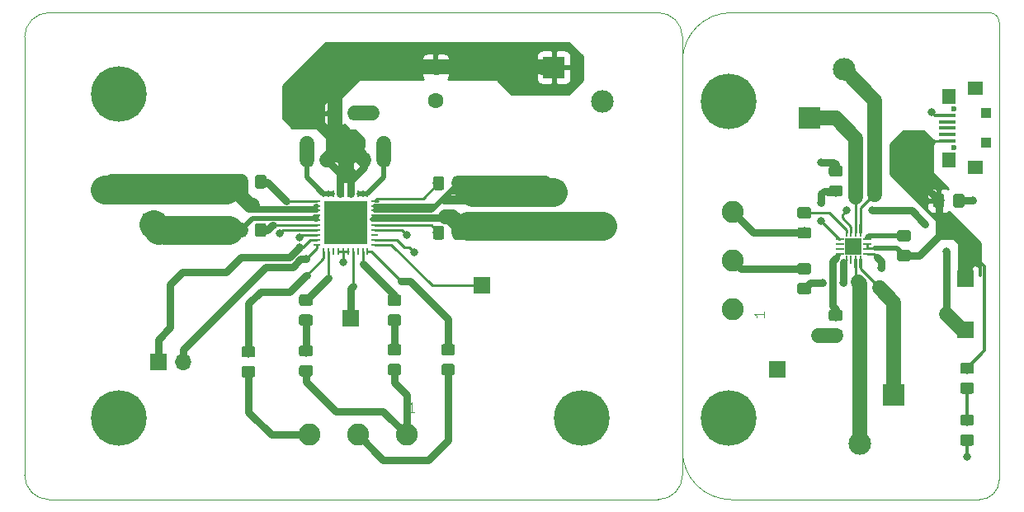
<source format=gtl>
G04 #@! TF.GenerationSoftware,KiCad,Pcbnew,(5.1.4)-1*
G04 #@! TF.CreationDate,2020-01-01T20:20:34-05:00*
G04 #@! TF.ProjectId,Board,426f6172-642e-46b6-9963-61645f706362,rev?*
G04 #@! TF.SameCoordinates,Original*
G04 #@! TF.FileFunction,Copper,L1,Top*
G04 #@! TF.FilePolarity,Positive*
%FSLAX46Y46*%
G04 Gerber Fmt 4.6, Leading zero omitted, Abs format (unit mm)*
G04 Created by KiCad (PCBNEW (5.1.4)-1) date 2020-01-01 20:20:34*
%MOMM*%
%LPD*%
G04 APERTURE LIST*
%ADD10C,0.050000*%
%ADD11C,5.700000*%
%ADD12C,0.100000*%
%ADD13C,1.150000*%
%ADD14O,1.700000X1.700000*%
%ADD15R,1.700000X1.700000*%
%ADD16R,1.000000X1.100000*%
%ADD17R,1.500000X1.350000*%
%ADD18R,1.400000X1.500000*%
%ADD19C,0.600000*%
%ADD20R,1.800000X0.400000*%
%ADD21C,2.250000*%
%ADD22R,1.651000X1.651000*%
%ADD23R,0.812800X0.203200*%
%ADD24R,0.203200X0.812800*%
%ADD25C,2.325000*%
%ADD26R,2.325000X2.325000*%
%ADD27C,1.600000*%
%ADD28R,1.600000X1.600000*%
%ADD29R,4.450001X4.450001*%
%ADD30R,0.249200X0.754800*%
%ADD31R,0.754800X0.249200*%
%ADD32C,0.800000*%
%ADD33C,1.500000*%
%ADD34C,0.500000*%
%ADD35C,0.250000*%
%ADD36C,0.750000*%
%ADD37C,3.000000*%
%ADD38C,0.400000*%
%ADD39C,0.300000*%
%ADD40C,0.350000*%
%ADD41C,0.254000*%
G04 APERTURE END LIST*
D10*
X162800000Y-63360000D02*
X162800000Y-103360000D01*
X194300000Y-58360000D02*
X167800000Y-58360000D01*
X195300000Y-106360000D02*
X195300000Y-59360000D01*
X193300000Y-108360000D02*
X167800000Y-108360000D01*
X97800000Y-58360000D02*
X160300000Y-58360000D01*
X95300000Y-105860000D02*
X95300000Y-60860000D01*
X160300000Y-108360000D02*
X97800000Y-108360000D01*
X162800000Y-105860000D02*
X162800000Y-103360000D01*
X162800000Y-60860000D02*
X162800000Y-63360000D01*
X95300000Y-60860000D02*
G75*
G02X97800000Y-58360000I2500000J0D01*
G01*
X162800000Y-63360000D02*
G75*
G02X167800000Y-58360000I5000000J0D01*
G01*
X167800000Y-108360000D02*
G75*
G02X162800000Y-103360000I0J5000000D01*
G01*
X195300000Y-106360000D02*
G75*
G02X193300000Y-108360000I-2000000J0D01*
G01*
X194300000Y-58360000D02*
G75*
G02X195300000Y-59360000I0J-1000000D01*
G01*
X162800000Y-105860000D02*
G75*
G02X160300000Y-108360000I-2500000J0D01*
G01*
X97800000Y-108360000D02*
G75*
G02X95300000Y-105860000I0J2500000D01*
G01*
X160300000Y-58360000D02*
G75*
G02X162800000Y-60860000I0J-2500000D01*
G01*
X135285714Y-99412380D02*
X134714285Y-99412380D01*
X135000000Y-99412380D02*
X135000000Y-98412380D01*
X134904761Y-98555238D01*
X134809523Y-98650476D01*
X134714285Y-98698095D01*
X171152380Y-89044285D02*
X171152380Y-89615714D01*
X171152380Y-89330000D02*
X170152380Y-89330000D01*
X170295238Y-89425238D01*
X170390476Y-89520476D01*
X170438095Y-89615714D01*
D11*
X152500000Y-100000000D03*
X105000000Y-100000000D03*
X105000000Y-66700000D03*
X167500000Y-100000000D03*
X167500000Y-67500000D03*
D12*
G36*
X192474505Y-96351204D02*
G01*
X192498773Y-96354804D01*
X192522572Y-96360765D01*
X192545671Y-96369030D01*
X192567850Y-96379520D01*
X192588893Y-96392132D01*
X192608599Y-96406747D01*
X192626777Y-96423223D01*
X192643253Y-96441401D01*
X192657868Y-96461107D01*
X192670480Y-96482150D01*
X192680970Y-96504329D01*
X192689235Y-96527428D01*
X192695196Y-96551227D01*
X192698796Y-96575495D01*
X192700000Y-96599999D01*
X192700000Y-97250001D01*
X192698796Y-97274505D01*
X192695196Y-97298773D01*
X192689235Y-97322572D01*
X192680970Y-97345671D01*
X192670480Y-97367850D01*
X192657868Y-97388893D01*
X192643253Y-97408599D01*
X192626777Y-97426777D01*
X192608599Y-97443253D01*
X192588893Y-97457868D01*
X192567850Y-97470480D01*
X192545671Y-97480970D01*
X192522572Y-97489235D01*
X192498773Y-97495196D01*
X192474505Y-97498796D01*
X192450001Y-97500000D01*
X191549999Y-97500000D01*
X191525495Y-97498796D01*
X191501227Y-97495196D01*
X191477428Y-97489235D01*
X191454329Y-97480970D01*
X191432150Y-97470480D01*
X191411107Y-97457868D01*
X191391401Y-97443253D01*
X191373223Y-97426777D01*
X191356747Y-97408599D01*
X191342132Y-97388893D01*
X191329520Y-97367850D01*
X191319030Y-97345671D01*
X191310765Y-97322572D01*
X191304804Y-97298773D01*
X191301204Y-97274505D01*
X191300000Y-97250001D01*
X191300000Y-96599999D01*
X191301204Y-96575495D01*
X191304804Y-96551227D01*
X191310765Y-96527428D01*
X191319030Y-96504329D01*
X191329520Y-96482150D01*
X191342132Y-96461107D01*
X191356747Y-96441401D01*
X191373223Y-96423223D01*
X191391401Y-96406747D01*
X191411107Y-96392132D01*
X191432150Y-96379520D01*
X191454329Y-96369030D01*
X191477428Y-96360765D01*
X191501227Y-96354804D01*
X191525495Y-96351204D01*
X191549999Y-96350000D01*
X192450001Y-96350000D01*
X192474505Y-96351204D01*
X192474505Y-96351204D01*
G37*
D13*
X192000000Y-96925000D03*
D12*
G36*
X192474505Y-94301204D02*
G01*
X192498773Y-94304804D01*
X192522572Y-94310765D01*
X192545671Y-94319030D01*
X192567850Y-94329520D01*
X192588893Y-94342132D01*
X192608599Y-94356747D01*
X192626777Y-94373223D01*
X192643253Y-94391401D01*
X192657868Y-94411107D01*
X192670480Y-94432150D01*
X192680970Y-94454329D01*
X192689235Y-94477428D01*
X192695196Y-94501227D01*
X192698796Y-94525495D01*
X192700000Y-94549999D01*
X192700000Y-95200001D01*
X192698796Y-95224505D01*
X192695196Y-95248773D01*
X192689235Y-95272572D01*
X192680970Y-95295671D01*
X192670480Y-95317850D01*
X192657868Y-95338893D01*
X192643253Y-95358599D01*
X192626777Y-95376777D01*
X192608599Y-95393253D01*
X192588893Y-95407868D01*
X192567850Y-95420480D01*
X192545671Y-95430970D01*
X192522572Y-95439235D01*
X192498773Y-95445196D01*
X192474505Y-95448796D01*
X192450001Y-95450000D01*
X191549999Y-95450000D01*
X191525495Y-95448796D01*
X191501227Y-95445196D01*
X191477428Y-95439235D01*
X191454329Y-95430970D01*
X191432150Y-95420480D01*
X191411107Y-95407868D01*
X191391401Y-95393253D01*
X191373223Y-95376777D01*
X191356747Y-95358599D01*
X191342132Y-95338893D01*
X191329520Y-95317850D01*
X191319030Y-95295671D01*
X191310765Y-95272572D01*
X191304804Y-95248773D01*
X191301204Y-95224505D01*
X191300000Y-95200001D01*
X191300000Y-94549999D01*
X191301204Y-94525495D01*
X191304804Y-94501227D01*
X191310765Y-94477428D01*
X191319030Y-94454329D01*
X191329520Y-94432150D01*
X191342132Y-94411107D01*
X191356747Y-94391401D01*
X191373223Y-94373223D01*
X191391401Y-94356747D01*
X191411107Y-94342132D01*
X191432150Y-94329520D01*
X191454329Y-94319030D01*
X191477428Y-94310765D01*
X191501227Y-94304804D01*
X191525495Y-94301204D01*
X191549999Y-94300000D01*
X192450001Y-94300000D01*
X192474505Y-94301204D01*
X192474505Y-94301204D01*
G37*
D13*
X192000000Y-94875000D03*
D12*
G36*
X192474505Y-99626204D02*
G01*
X192498773Y-99629804D01*
X192522572Y-99635765D01*
X192545671Y-99644030D01*
X192567850Y-99654520D01*
X192588893Y-99667132D01*
X192608599Y-99681747D01*
X192626777Y-99698223D01*
X192643253Y-99716401D01*
X192657868Y-99736107D01*
X192670480Y-99757150D01*
X192680970Y-99779329D01*
X192689235Y-99802428D01*
X192695196Y-99826227D01*
X192698796Y-99850495D01*
X192700000Y-99874999D01*
X192700000Y-100525001D01*
X192698796Y-100549505D01*
X192695196Y-100573773D01*
X192689235Y-100597572D01*
X192680970Y-100620671D01*
X192670480Y-100642850D01*
X192657868Y-100663893D01*
X192643253Y-100683599D01*
X192626777Y-100701777D01*
X192608599Y-100718253D01*
X192588893Y-100732868D01*
X192567850Y-100745480D01*
X192545671Y-100755970D01*
X192522572Y-100764235D01*
X192498773Y-100770196D01*
X192474505Y-100773796D01*
X192450001Y-100775000D01*
X191549999Y-100775000D01*
X191525495Y-100773796D01*
X191501227Y-100770196D01*
X191477428Y-100764235D01*
X191454329Y-100755970D01*
X191432150Y-100745480D01*
X191411107Y-100732868D01*
X191391401Y-100718253D01*
X191373223Y-100701777D01*
X191356747Y-100683599D01*
X191342132Y-100663893D01*
X191329520Y-100642850D01*
X191319030Y-100620671D01*
X191310765Y-100597572D01*
X191304804Y-100573773D01*
X191301204Y-100549505D01*
X191300000Y-100525001D01*
X191300000Y-99874999D01*
X191301204Y-99850495D01*
X191304804Y-99826227D01*
X191310765Y-99802428D01*
X191319030Y-99779329D01*
X191329520Y-99757150D01*
X191342132Y-99736107D01*
X191356747Y-99716401D01*
X191373223Y-99698223D01*
X191391401Y-99681747D01*
X191411107Y-99667132D01*
X191432150Y-99654520D01*
X191454329Y-99644030D01*
X191477428Y-99635765D01*
X191501227Y-99629804D01*
X191525495Y-99626204D01*
X191549999Y-99625000D01*
X192450001Y-99625000D01*
X192474505Y-99626204D01*
X192474505Y-99626204D01*
G37*
D13*
X192000000Y-100200000D03*
D12*
G36*
X192474505Y-101676204D02*
G01*
X192498773Y-101679804D01*
X192522572Y-101685765D01*
X192545671Y-101694030D01*
X192567850Y-101704520D01*
X192588893Y-101717132D01*
X192608599Y-101731747D01*
X192626777Y-101748223D01*
X192643253Y-101766401D01*
X192657868Y-101786107D01*
X192670480Y-101807150D01*
X192680970Y-101829329D01*
X192689235Y-101852428D01*
X192695196Y-101876227D01*
X192698796Y-101900495D01*
X192700000Y-101924999D01*
X192700000Y-102575001D01*
X192698796Y-102599505D01*
X192695196Y-102623773D01*
X192689235Y-102647572D01*
X192680970Y-102670671D01*
X192670480Y-102692850D01*
X192657868Y-102713893D01*
X192643253Y-102733599D01*
X192626777Y-102751777D01*
X192608599Y-102768253D01*
X192588893Y-102782868D01*
X192567850Y-102795480D01*
X192545671Y-102805970D01*
X192522572Y-102814235D01*
X192498773Y-102820196D01*
X192474505Y-102823796D01*
X192450001Y-102825000D01*
X191549999Y-102825000D01*
X191525495Y-102823796D01*
X191501227Y-102820196D01*
X191477428Y-102814235D01*
X191454329Y-102805970D01*
X191432150Y-102795480D01*
X191411107Y-102782868D01*
X191391401Y-102768253D01*
X191373223Y-102751777D01*
X191356747Y-102733599D01*
X191342132Y-102713893D01*
X191329520Y-102692850D01*
X191319030Y-102670671D01*
X191310765Y-102647572D01*
X191304804Y-102623773D01*
X191301204Y-102599505D01*
X191300000Y-102575001D01*
X191300000Y-101924999D01*
X191301204Y-101900495D01*
X191304804Y-101876227D01*
X191310765Y-101852428D01*
X191319030Y-101829329D01*
X191329520Y-101807150D01*
X191342132Y-101786107D01*
X191356747Y-101766401D01*
X191373223Y-101748223D01*
X191391401Y-101731747D01*
X191411107Y-101717132D01*
X191432150Y-101704520D01*
X191454329Y-101694030D01*
X191477428Y-101685765D01*
X191501227Y-101679804D01*
X191525495Y-101676204D01*
X191549999Y-101675000D01*
X192450001Y-101675000D01*
X192474505Y-101676204D01*
X192474505Y-101676204D01*
G37*
D13*
X192000000Y-102250000D03*
D14*
X111540000Y-94200000D03*
D15*
X109000000Y-94200000D03*
D16*
X193960000Y-68700000D03*
X193960000Y-71700000D03*
D17*
X192810000Y-66125000D03*
X192810000Y-74275000D03*
D18*
X190110000Y-66950000D03*
X190110000Y-73450000D03*
D19*
X190660000Y-68200000D03*
X190660000Y-72200000D03*
D20*
X189940000Y-68900000D03*
X189940000Y-69550000D03*
X189940000Y-70200000D03*
X189940000Y-70850000D03*
X189940000Y-71500000D03*
D21*
X124500000Y-101710000D03*
X134500000Y-101710000D03*
X129500000Y-101710000D03*
D15*
X172500000Y-95000000D03*
X191800000Y-85660000D03*
D22*
X180350000Y-82360000D03*
D23*
X181747000Y-81609999D03*
X181747000Y-82110000D03*
X181747000Y-82610000D03*
X181747000Y-83110001D03*
D24*
X181100001Y-83757000D03*
X180600000Y-83757000D03*
X180100000Y-83757000D03*
X179599999Y-83757000D03*
D23*
X178953000Y-83110001D03*
X178953000Y-82610000D03*
X178953000Y-82110000D03*
X178953000Y-81609999D03*
D24*
X179599999Y-80963000D03*
X180100000Y-80963000D03*
X180600000Y-80963000D03*
X181100001Y-80963000D03*
D25*
X181000000Y-102600000D03*
D26*
X184500000Y-97600000D03*
D25*
X179350000Y-64200000D03*
D26*
X175850000Y-69200000D03*
D15*
X191820000Y-90940000D03*
D21*
X167950000Y-78830000D03*
X167950000Y-88830000D03*
X167950000Y-83830000D03*
D12*
G36*
X189444505Y-76971204D02*
G01*
X189468773Y-76974804D01*
X189492572Y-76980765D01*
X189515671Y-76989030D01*
X189537850Y-76999520D01*
X189558893Y-77012132D01*
X189578599Y-77026747D01*
X189596777Y-77043223D01*
X189613253Y-77061401D01*
X189627868Y-77081107D01*
X189640480Y-77102150D01*
X189650970Y-77124329D01*
X189659235Y-77147428D01*
X189665196Y-77171227D01*
X189668796Y-77195495D01*
X189670000Y-77219999D01*
X189670000Y-78120001D01*
X189668796Y-78144505D01*
X189665196Y-78168773D01*
X189659235Y-78192572D01*
X189650970Y-78215671D01*
X189640480Y-78237850D01*
X189627868Y-78258893D01*
X189613253Y-78278599D01*
X189596777Y-78296777D01*
X189578599Y-78313253D01*
X189558893Y-78327868D01*
X189537850Y-78340480D01*
X189515671Y-78350970D01*
X189492572Y-78359235D01*
X189468773Y-78365196D01*
X189444505Y-78368796D01*
X189420001Y-78370000D01*
X188769999Y-78370000D01*
X188745495Y-78368796D01*
X188721227Y-78365196D01*
X188697428Y-78359235D01*
X188674329Y-78350970D01*
X188652150Y-78340480D01*
X188631107Y-78327868D01*
X188611401Y-78313253D01*
X188593223Y-78296777D01*
X188576747Y-78278599D01*
X188562132Y-78258893D01*
X188549520Y-78237850D01*
X188539030Y-78215671D01*
X188530765Y-78192572D01*
X188524804Y-78168773D01*
X188521204Y-78144505D01*
X188520000Y-78120001D01*
X188520000Y-77219999D01*
X188521204Y-77195495D01*
X188524804Y-77171227D01*
X188530765Y-77147428D01*
X188539030Y-77124329D01*
X188549520Y-77102150D01*
X188562132Y-77081107D01*
X188576747Y-77061401D01*
X188593223Y-77043223D01*
X188611401Y-77026747D01*
X188631107Y-77012132D01*
X188652150Y-76999520D01*
X188674329Y-76989030D01*
X188697428Y-76980765D01*
X188721227Y-76974804D01*
X188745495Y-76971204D01*
X188769999Y-76970000D01*
X189420001Y-76970000D01*
X189444505Y-76971204D01*
X189444505Y-76971204D01*
G37*
D13*
X189095000Y-77670000D03*
D12*
G36*
X191494505Y-76971204D02*
G01*
X191518773Y-76974804D01*
X191542572Y-76980765D01*
X191565671Y-76989030D01*
X191587850Y-76999520D01*
X191608893Y-77012132D01*
X191628599Y-77026747D01*
X191646777Y-77043223D01*
X191663253Y-77061401D01*
X191677868Y-77081107D01*
X191690480Y-77102150D01*
X191700970Y-77124329D01*
X191709235Y-77147428D01*
X191715196Y-77171227D01*
X191718796Y-77195495D01*
X191720000Y-77219999D01*
X191720000Y-78120001D01*
X191718796Y-78144505D01*
X191715196Y-78168773D01*
X191709235Y-78192572D01*
X191700970Y-78215671D01*
X191690480Y-78237850D01*
X191677868Y-78258893D01*
X191663253Y-78278599D01*
X191646777Y-78296777D01*
X191628599Y-78313253D01*
X191608893Y-78327868D01*
X191587850Y-78340480D01*
X191565671Y-78350970D01*
X191542572Y-78359235D01*
X191518773Y-78365196D01*
X191494505Y-78368796D01*
X191470001Y-78370000D01*
X190819999Y-78370000D01*
X190795495Y-78368796D01*
X190771227Y-78365196D01*
X190747428Y-78359235D01*
X190724329Y-78350970D01*
X190702150Y-78340480D01*
X190681107Y-78327868D01*
X190661401Y-78313253D01*
X190643223Y-78296777D01*
X190626747Y-78278599D01*
X190612132Y-78258893D01*
X190599520Y-78237850D01*
X190589030Y-78215671D01*
X190580765Y-78192572D01*
X190574804Y-78168773D01*
X190571204Y-78144505D01*
X190570000Y-78120001D01*
X190570000Y-77219999D01*
X190571204Y-77195495D01*
X190574804Y-77171227D01*
X190580765Y-77147428D01*
X190589030Y-77124329D01*
X190599520Y-77102150D01*
X190612132Y-77081107D01*
X190626747Y-77061401D01*
X190643223Y-77043223D01*
X190661401Y-77026747D01*
X190681107Y-77012132D01*
X190702150Y-76999520D01*
X190724329Y-76989030D01*
X190747428Y-76980765D01*
X190771227Y-76974804D01*
X190795495Y-76971204D01*
X190819999Y-76970000D01*
X191470001Y-76970000D01*
X191494505Y-76971204D01*
X191494505Y-76971204D01*
G37*
D13*
X191145000Y-77670000D03*
D12*
G36*
X186004505Y-82736204D02*
G01*
X186028773Y-82739804D01*
X186052572Y-82745765D01*
X186075671Y-82754030D01*
X186097850Y-82764520D01*
X186118893Y-82777132D01*
X186138599Y-82791747D01*
X186156777Y-82808223D01*
X186173253Y-82826401D01*
X186187868Y-82846107D01*
X186200480Y-82867150D01*
X186210970Y-82889329D01*
X186219235Y-82912428D01*
X186225196Y-82936227D01*
X186228796Y-82960495D01*
X186230000Y-82984999D01*
X186230000Y-83635001D01*
X186228796Y-83659505D01*
X186225196Y-83683773D01*
X186219235Y-83707572D01*
X186210970Y-83730671D01*
X186200480Y-83752850D01*
X186187868Y-83773893D01*
X186173253Y-83793599D01*
X186156777Y-83811777D01*
X186138599Y-83828253D01*
X186118893Y-83842868D01*
X186097850Y-83855480D01*
X186075671Y-83865970D01*
X186052572Y-83874235D01*
X186028773Y-83880196D01*
X186004505Y-83883796D01*
X185980001Y-83885000D01*
X185079999Y-83885000D01*
X185055495Y-83883796D01*
X185031227Y-83880196D01*
X185007428Y-83874235D01*
X184984329Y-83865970D01*
X184962150Y-83855480D01*
X184941107Y-83842868D01*
X184921401Y-83828253D01*
X184903223Y-83811777D01*
X184886747Y-83793599D01*
X184872132Y-83773893D01*
X184859520Y-83752850D01*
X184849030Y-83730671D01*
X184840765Y-83707572D01*
X184834804Y-83683773D01*
X184831204Y-83659505D01*
X184830000Y-83635001D01*
X184830000Y-82984999D01*
X184831204Y-82960495D01*
X184834804Y-82936227D01*
X184840765Y-82912428D01*
X184849030Y-82889329D01*
X184859520Y-82867150D01*
X184872132Y-82846107D01*
X184886747Y-82826401D01*
X184903223Y-82808223D01*
X184921401Y-82791747D01*
X184941107Y-82777132D01*
X184962150Y-82764520D01*
X184984329Y-82754030D01*
X185007428Y-82745765D01*
X185031227Y-82739804D01*
X185055495Y-82736204D01*
X185079999Y-82735000D01*
X185980001Y-82735000D01*
X186004505Y-82736204D01*
X186004505Y-82736204D01*
G37*
D13*
X185530000Y-83310000D03*
D12*
G36*
X186004505Y-80686204D02*
G01*
X186028773Y-80689804D01*
X186052572Y-80695765D01*
X186075671Y-80704030D01*
X186097850Y-80714520D01*
X186118893Y-80727132D01*
X186138599Y-80741747D01*
X186156777Y-80758223D01*
X186173253Y-80776401D01*
X186187868Y-80796107D01*
X186200480Y-80817150D01*
X186210970Y-80839329D01*
X186219235Y-80862428D01*
X186225196Y-80886227D01*
X186228796Y-80910495D01*
X186230000Y-80934999D01*
X186230000Y-81585001D01*
X186228796Y-81609505D01*
X186225196Y-81633773D01*
X186219235Y-81657572D01*
X186210970Y-81680671D01*
X186200480Y-81702850D01*
X186187868Y-81723893D01*
X186173253Y-81743599D01*
X186156777Y-81761777D01*
X186138599Y-81778253D01*
X186118893Y-81792868D01*
X186097850Y-81805480D01*
X186075671Y-81815970D01*
X186052572Y-81824235D01*
X186028773Y-81830196D01*
X186004505Y-81833796D01*
X185980001Y-81835000D01*
X185079999Y-81835000D01*
X185055495Y-81833796D01*
X185031227Y-81830196D01*
X185007428Y-81824235D01*
X184984329Y-81815970D01*
X184962150Y-81805480D01*
X184941107Y-81792868D01*
X184921401Y-81778253D01*
X184903223Y-81761777D01*
X184886747Y-81743599D01*
X184872132Y-81723893D01*
X184859520Y-81702850D01*
X184849030Y-81680671D01*
X184840765Y-81657572D01*
X184834804Y-81633773D01*
X184831204Y-81609505D01*
X184830000Y-81585001D01*
X184830000Y-80934999D01*
X184831204Y-80910495D01*
X184834804Y-80886227D01*
X184840765Y-80862428D01*
X184849030Y-80839329D01*
X184859520Y-80817150D01*
X184872132Y-80796107D01*
X184886747Y-80776401D01*
X184903223Y-80758223D01*
X184921401Y-80741747D01*
X184941107Y-80727132D01*
X184962150Y-80714520D01*
X184984329Y-80704030D01*
X185007428Y-80695765D01*
X185031227Y-80689804D01*
X185055495Y-80686204D01*
X185079999Y-80685000D01*
X185980001Y-80685000D01*
X186004505Y-80686204D01*
X186004505Y-80686204D01*
G37*
D13*
X185530000Y-81260000D03*
D12*
G36*
X178984505Y-90921204D02*
G01*
X179008773Y-90924804D01*
X179032572Y-90930765D01*
X179055671Y-90939030D01*
X179077850Y-90949520D01*
X179098893Y-90962132D01*
X179118599Y-90976747D01*
X179136777Y-90993223D01*
X179153253Y-91011401D01*
X179167868Y-91031107D01*
X179180480Y-91052150D01*
X179190970Y-91074329D01*
X179199235Y-91097428D01*
X179205196Y-91121227D01*
X179208796Y-91145495D01*
X179210000Y-91169999D01*
X179210000Y-91820001D01*
X179208796Y-91844505D01*
X179205196Y-91868773D01*
X179199235Y-91892572D01*
X179190970Y-91915671D01*
X179180480Y-91937850D01*
X179167868Y-91958893D01*
X179153253Y-91978599D01*
X179136777Y-91996777D01*
X179118599Y-92013253D01*
X179098893Y-92027868D01*
X179077850Y-92040480D01*
X179055671Y-92050970D01*
X179032572Y-92059235D01*
X179008773Y-92065196D01*
X178984505Y-92068796D01*
X178960001Y-92070000D01*
X178059999Y-92070000D01*
X178035495Y-92068796D01*
X178011227Y-92065196D01*
X177987428Y-92059235D01*
X177964329Y-92050970D01*
X177942150Y-92040480D01*
X177921107Y-92027868D01*
X177901401Y-92013253D01*
X177883223Y-91996777D01*
X177866747Y-91978599D01*
X177852132Y-91958893D01*
X177839520Y-91937850D01*
X177829030Y-91915671D01*
X177820765Y-91892572D01*
X177814804Y-91868773D01*
X177811204Y-91844505D01*
X177810000Y-91820001D01*
X177810000Y-91169999D01*
X177811204Y-91145495D01*
X177814804Y-91121227D01*
X177820765Y-91097428D01*
X177829030Y-91074329D01*
X177839520Y-91052150D01*
X177852132Y-91031107D01*
X177866747Y-91011401D01*
X177883223Y-90993223D01*
X177901401Y-90976747D01*
X177921107Y-90962132D01*
X177942150Y-90949520D01*
X177964329Y-90939030D01*
X177987428Y-90930765D01*
X178011227Y-90924804D01*
X178035495Y-90921204D01*
X178059999Y-90920000D01*
X178960001Y-90920000D01*
X178984505Y-90921204D01*
X178984505Y-90921204D01*
G37*
D13*
X178510000Y-91495000D03*
D12*
G36*
X178984505Y-88871204D02*
G01*
X179008773Y-88874804D01*
X179032572Y-88880765D01*
X179055671Y-88889030D01*
X179077850Y-88899520D01*
X179098893Y-88912132D01*
X179118599Y-88926747D01*
X179136777Y-88943223D01*
X179153253Y-88961401D01*
X179167868Y-88981107D01*
X179180480Y-89002150D01*
X179190970Y-89024329D01*
X179199235Y-89047428D01*
X179205196Y-89071227D01*
X179208796Y-89095495D01*
X179210000Y-89119999D01*
X179210000Y-89770001D01*
X179208796Y-89794505D01*
X179205196Y-89818773D01*
X179199235Y-89842572D01*
X179190970Y-89865671D01*
X179180480Y-89887850D01*
X179167868Y-89908893D01*
X179153253Y-89928599D01*
X179136777Y-89946777D01*
X179118599Y-89963253D01*
X179098893Y-89977868D01*
X179077850Y-89990480D01*
X179055671Y-90000970D01*
X179032572Y-90009235D01*
X179008773Y-90015196D01*
X178984505Y-90018796D01*
X178960001Y-90020000D01*
X178059999Y-90020000D01*
X178035495Y-90018796D01*
X178011227Y-90015196D01*
X177987428Y-90009235D01*
X177964329Y-90000970D01*
X177942150Y-89990480D01*
X177921107Y-89977868D01*
X177901401Y-89963253D01*
X177883223Y-89946777D01*
X177866747Y-89928599D01*
X177852132Y-89908893D01*
X177839520Y-89887850D01*
X177829030Y-89865671D01*
X177820765Y-89842572D01*
X177814804Y-89818773D01*
X177811204Y-89794505D01*
X177810000Y-89770001D01*
X177810000Y-89119999D01*
X177811204Y-89095495D01*
X177814804Y-89071227D01*
X177820765Y-89047428D01*
X177829030Y-89024329D01*
X177839520Y-89002150D01*
X177852132Y-88981107D01*
X177866747Y-88961401D01*
X177883223Y-88943223D01*
X177901401Y-88926747D01*
X177921107Y-88912132D01*
X177942150Y-88899520D01*
X177964329Y-88889030D01*
X177987428Y-88880765D01*
X178011227Y-88874804D01*
X178035495Y-88871204D01*
X178059999Y-88870000D01*
X178960001Y-88870000D01*
X178984505Y-88871204D01*
X178984505Y-88871204D01*
G37*
D13*
X178510000Y-89445000D03*
D12*
G36*
X175764505Y-84071204D02*
G01*
X175788773Y-84074804D01*
X175812572Y-84080765D01*
X175835671Y-84089030D01*
X175857850Y-84099520D01*
X175878893Y-84112132D01*
X175898599Y-84126747D01*
X175916777Y-84143223D01*
X175933253Y-84161401D01*
X175947868Y-84181107D01*
X175960480Y-84202150D01*
X175970970Y-84224329D01*
X175979235Y-84247428D01*
X175985196Y-84271227D01*
X175988796Y-84295495D01*
X175990000Y-84319999D01*
X175990000Y-84970001D01*
X175988796Y-84994505D01*
X175985196Y-85018773D01*
X175979235Y-85042572D01*
X175970970Y-85065671D01*
X175960480Y-85087850D01*
X175947868Y-85108893D01*
X175933253Y-85128599D01*
X175916777Y-85146777D01*
X175898599Y-85163253D01*
X175878893Y-85177868D01*
X175857850Y-85190480D01*
X175835671Y-85200970D01*
X175812572Y-85209235D01*
X175788773Y-85215196D01*
X175764505Y-85218796D01*
X175740001Y-85220000D01*
X174839999Y-85220000D01*
X174815495Y-85218796D01*
X174791227Y-85215196D01*
X174767428Y-85209235D01*
X174744329Y-85200970D01*
X174722150Y-85190480D01*
X174701107Y-85177868D01*
X174681401Y-85163253D01*
X174663223Y-85146777D01*
X174646747Y-85128599D01*
X174632132Y-85108893D01*
X174619520Y-85087850D01*
X174609030Y-85065671D01*
X174600765Y-85042572D01*
X174594804Y-85018773D01*
X174591204Y-84994505D01*
X174590000Y-84970001D01*
X174590000Y-84319999D01*
X174591204Y-84295495D01*
X174594804Y-84271227D01*
X174600765Y-84247428D01*
X174609030Y-84224329D01*
X174619520Y-84202150D01*
X174632132Y-84181107D01*
X174646747Y-84161401D01*
X174663223Y-84143223D01*
X174681401Y-84126747D01*
X174701107Y-84112132D01*
X174722150Y-84099520D01*
X174744329Y-84089030D01*
X174767428Y-84080765D01*
X174791227Y-84074804D01*
X174815495Y-84071204D01*
X174839999Y-84070000D01*
X175740001Y-84070000D01*
X175764505Y-84071204D01*
X175764505Y-84071204D01*
G37*
D13*
X175290000Y-84645000D03*
D12*
G36*
X175764505Y-86121204D02*
G01*
X175788773Y-86124804D01*
X175812572Y-86130765D01*
X175835671Y-86139030D01*
X175857850Y-86149520D01*
X175878893Y-86162132D01*
X175898599Y-86176747D01*
X175916777Y-86193223D01*
X175933253Y-86211401D01*
X175947868Y-86231107D01*
X175960480Y-86252150D01*
X175970970Y-86274329D01*
X175979235Y-86297428D01*
X175985196Y-86321227D01*
X175988796Y-86345495D01*
X175990000Y-86369999D01*
X175990000Y-87020001D01*
X175988796Y-87044505D01*
X175985196Y-87068773D01*
X175979235Y-87092572D01*
X175970970Y-87115671D01*
X175960480Y-87137850D01*
X175947868Y-87158893D01*
X175933253Y-87178599D01*
X175916777Y-87196777D01*
X175898599Y-87213253D01*
X175878893Y-87227868D01*
X175857850Y-87240480D01*
X175835671Y-87250970D01*
X175812572Y-87259235D01*
X175788773Y-87265196D01*
X175764505Y-87268796D01*
X175740001Y-87270000D01*
X174839999Y-87270000D01*
X174815495Y-87268796D01*
X174791227Y-87265196D01*
X174767428Y-87259235D01*
X174744329Y-87250970D01*
X174722150Y-87240480D01*
X174701107Y-87227868D01*
X174681401Y-87213253D01*
X174663223Y-87196777D01*
X174646747Y-87178599D01*
X174632132Y-87158893D01*
X174619520Y-87137850D01*
X174609030Y-87115671D01*
X174600765Y-87092572D01*
X174594804Y-87068773D01*
X174591204Y-87044505D01*
X174590000Y-87020001D01*
X174590000Y-86369999D01*
X174591204Y-86345495D01*
X174594804Y-86321227D01*
X174600765Y-86297428D01*
X174609030Y-86274329D01*
X174619520Y-86252150D01*
X174632132Y-86231107D01*
X174646747Y-86211401D01*
X174663223Y-86193223D01*
X174681401Y-86176747D01*
X174701107Y-86162132D01*
X174722150Y-86149520D01*
X174744329Y-86139030D01*
X174767428Y-86130765D01*
X174791227Y-86124804D01*
X174815495Y-86121204D01*
X174839999Y-86120000D01*
X175740001Y-86120000D01*
X175764505Y-86121204D01*
X175764505Y-86121204D01*
G37*
D13*
X175290000Y-86695000D03*
D12*
G36*
X175764505Y-80391204D02*
G01*
X175788773Y-80394804D01*
X175812572Y-80400765D01*
X175835671Y-80409030D01*
X175857850Y-80419520D01*
X175878893Y-80432132D01*
X175898599Y-80446747D01*
X175916777Y-80463223D01*
X175933253Y-80481401D01*
X175947868Y-80501107D01*
X175960480Y-80522150D01*
X175970970Y-80544329D01*
X175979235Y-80567428D01*
X175985196Y-80591227D01*
X175988796Y-80615495D01*
X175990000Y-80639999D01*
X175990000Y-81290001D01*
X175988796Y-81314505D01*
X175985196Y-81338773D01*
X175979235Y-81362572D01*
X175970970Y-81385671D01*
X175960480Y-81407850D01*
X175947868Y-81428893D01*
X175933253Y-81448599D01*
X175916777Y-81466777D01*
X175898599Y-81483253D01*
X175878893Y-81497868D01*
X175857850Y-81510480D01*
X175835671Y-81520970D01*
X175812572Y-81529235D01*
X175788773Y-81535196D01*
X175764505Y-81538796D01*
X175740001Y-81540000D01*
X174839999Y-81540000D01*
X174815495Y-81538796D01*
X174791227Y-81535196D01*
X174767428Y-81529235D01*
X174744329Y-81520970D01*
X174722150Y-81510480D01*
X174701107Y-81497868D01*
X174681401Y-81483253D01*
X174663223Y-81466777D01*
X174646747Y-81448599D01*
X174632132Y-81428893D01*
X174619520Y-81407850D01*
X174609030Y-81385671D01*
X174600765Y-81362572D01*
X174594804Y-81338773D01*
X174591204Y-81314505D01*
X174590000Y-81290001D01*
X174590000Y-80639999D01*
X174591204Y-80615495D01*
X174594804Y-80591227D01*
X174600765Y-80567428D01*
X174609030Y-80544329D01*
X174619520Y-80522150D01*
X174632132Y-80501107D01*
X174646747Y-80481401D01*
X174663223Y-80463223D01*
X174681401Y-80446747D01*
X174701107Y-80432132D01*
X174722150Y-80419520D01*
X174744329Y-80409030D01*
X174767428Y-80400765D01*
X174791227Y-80394804D01*
X174815495Y-80391204D01*
X174839999Y-80390000D01*
X175740001Y-80390000D01*
X175764505Y-80391204D01*
X175764505Y-80391204D01*
G37*
D13*
X175290000Y-80965000D03*
D12*
G36*
X175764505Y-78341204D02*
G01*
X175788773Y-78344804D01*
X175812572Y-78350765D01*
X175835671Y-78359030D01*
X175857850Y-78369520D01*
X175878893Y-78382132D01*
X175898599Y-78396747D01*
X175916777Y-78413223D01*
X175933253Y-78431401D01*
X175947868Y-78451107D01*
X175960480Y-78472150D01*
X175970970Y-78494329D01*
X175979235Y-78517428D01*
X175985196Y-78541227D01*
X175988796Y-78565495D01*
X175990000Y-78589999D01*
X175990000Y-79240001D01*
X175988796Y-79264505D01*
X175985196Y-79288773D01*
X175979235Y-79312572D01*
X175970970Y-79335671D01*
X175960480Y-79357850D01*
X175947868Y-79378893D01*
X175933253Y-79398599D01*
X175916777Y-79416777D01*
X175898599Y-79433253D01*
X175878893Y-79447868D01*
X175857850Y-79460480D01*
X175835671Y-79470970D01*
X175812572Y-79479235D01*
X175788773Y-79485196D01*
X175764505Y-79488796D01*
X175740001Y-79490000D01*
X174839999Y-79490000D01*
X174815495Y-79488796D01*
X174791227Y-79485196D01*
X174767428Y-79479235D01*
X174744329Y-79470970D01*
X174722150Y-79460480D01*
X174701107Y-79447868D01*
X174681401Y-79433253D01*
X174663223Y-79416777D01*
X174646747Y-79398599D01*
X174632132Y-79378893D01*
X174619520Y-79357850D01*
X174609030Y-79335671D01*
X174600765Y-79312572D01*
X174594804Y-79288773D01*
X174591204Y-79264505D01*
X174590000Y-79240001D01*
X174590000Y-78589999D01*
X174591204Y-78565495D01*
X174594804Y-78541227D01*
X174600765Y-78517428D01*
X174609030Y-78494329D01*
X174619520Y-78472150D01*
X174632132Y-78451107D01*
X174646747Y-78431401D01*
X174663223Y-78413223D01*
X174681401Y-78396747D01*
X174701107Y-78382132D01*
X174722150Y-78369520D01*
X174744329Y-78359030D01*
X174767428Y-78350765D01*
X174791227Y-78344804D01*
X174815495Y-78341204D01*
X174839999Y-78340000D01*
X175740001Y-78340000D01*
X175764505Y-78341204D01*
X175764505Y-78341204D01*
G37*
D13*
X175290000Y-78915000D03*
D12*
G36*
X178994505Y-74041204D02*
G01*
X179018773Y-74044804D01*
X179042572Y-74050765D01*
X179065671Y-74059030D01*
X179087850Y-74069520D01*
X179108893Y-74082132D01*
X179128599Y-74096747D01*
X179146777Y-74113223D01*
X179163253Y-74131401D01*
X179177868Y-74151107D01*
X179190480Y-74172150D01*
X179200970Y-74194329D01*
X179209235Y-74217428D01*
X179215196Y-74241227D01*
X179218796Y-74265495D01*
X179220000Y-74289999D01*
X179220000Y-74940001D01*
X179218796Y-74964505D01*
X179215196Y-74988773D01*
X179209235Y-75012572D01*
X179200970Y-75035671D01*
X179190480Y-75057850D01*
X179177868Y-75078893D01*
X179163253Y-75098599D01*
X179146777Y-75116777D01*
X179128599Y-75133253D01*
X179108893Y-75147868D01*
X179087850Y-75160480D01*
X179065671Y-75170970D01*
X179042572Y-75179235D01*
X179018773Y-75185196D01*
X178994505Y-75188796D01*
X178970001Y-75190000D01*
X178069999Y-75190000D01*
X178045495Y-75188796D01*
X178021227Y-75185196D01*
X177997428Y-75179235D01*
X177974329Y-75170970D01*
X177952150Y-75160480D01*
X177931107Y-75147868D01*
X177911401Y-75133253D01*
X177893223Y-75116777D01*
X177876747Y-75098599D01*
X177862132Y-75078893D01*
X177849520Y-75057850D01*
X177839030Y-75035671D01*
X177830765Y-75012572D01*
X177824804Y-74988773D01*
X177821204Y-74964505D01*
X177820000Y-74940001D01*
X177820000Y-74289999D01*
X177821204Y-74265495D01*
X177824804Y-74241227D01*
X177830765Y-74217428D01*
X177839030Y-74194329D01*
X177849520Y-74172150D01*
X177862132Y-74151107D01*
X177876747Y-74131401D01*
X177893223Y-74113223D01*
X177911401Y-74096747D01*
X177931107Y-74082132D01*
X177952150Y-74069520D01*
X177974329Y-74059030D01*
X177997428Y-74050765D01*
X178021227Y-74044804D01*
X178045495Y-74041204D01*
X178069999Y-74040000D01*
X178970001Y-74040000D01*
X178994505Y-74041204D01*
X178994505Y-74041204D01*
G37*
D13*
X178520000Y-74615000D03*
D12*
G36*
X178994505Y-76091204D02*
G01*
X179018773Y-76094804D01*
X179042572Y-76100765D01*
X179065671Y-76109030D01*
X179087850Y-76119520D01*
X179108893Y-76132132D01*
X179128599Y-76146747D01*
X179146777Y-76163223D01*
X179163253Y-76181401D01*
X179177868Y-76201107D01*
X179190480Y-76222150D01*
X179200970Y-76244329D01*
X179209235Y-76267428D01*
X179215196Y-76291227D01*
X179218796Y-76315495D01*
X179220000Y-76339999D01*
X179220000Y-76990001D01*
X179218796Y-77014505D01*
X179215196Y-77038773D01*
X179209235Y-77062572D01*
X179200970Y-77085671D01*
X179190480Y-77107850D01*
X179177868Y-77128893D01*
X179163253Y-77148599D01*
X179146777Y-77166777D01*
X179128599Y-77183253D01*
X179108893Y-77197868D01*
X179087850Y-77210480D01*
X179065671Y-77220970D01*
X179042572Y-77229235D01*
X179018773Y-77235196D01*
X178994505Y-77238796D01*
X178970001Y-77240000D01*
X178069999Y-77240000D01*
X178045495Y-77238796D01*
X178021227Y-77235196D01*
X177997428Y-77229235D01*
X177974329Y-77220970D01*
X177952150Y-77210480D01*
X177931107Y-77197868D01*
X177911401Y-77183253D01*
X177893223Y-77166777D01*
X177876747Y-77148599D01*
X177862132Y-77128893D01*
X177849520Y-77107850D01*
X177839030Y-77085671D01*
X177830765Y-77062572D01*
X177824804Y-77038773D01*
X177821204Y-77014505D01*
X177820000Y-76990001D01*
X177820000Y-76339999D01*
X177821204Y-76315495D01*
X177824804Y-76291227D01*
X177830765Y-76267428D01*
X177839030Y-76244329D01*
X177849520Y-76222150D01*
X177862132Y-76201107D01*
X177876747Y-76181401D01*
X177893223Y-76163223D01*
X177911401Y-76146747D01*
X177931107Y-76132132D01*
X177952150Y-76119520D01*
X177974329Y-76109030D01*
X177997428Y-76100765D01*
X178021227Y-76094804D01*
X178045495Y-76091204D01*
X178069999Y-76090000D01*
X178970001Y-76090000D01*
X178994505Y-76091204D01*
X178994505Y-76091204D01*
G37*
D13*
X178520000Y-76665000D03*
D25*
X154604000Y-67476000D03*
D26*
X149604000Y-63976000D03*
D27*
X137470000Y-67418000D03*
D28*
X137470000Y-63918000D03*
D29*
X128235000Y-79939000D03*
D30*
X125984999Y-76961599D03*
X126485001Y-76961599D03*
X126985000Y-76961599D03*
X127484999Y-76961599D03*
X127985000Y-76961599D03*
X128485000Y-76961599D03*
X128985001Y-76961599D03*
X129485000Y-76961599D03*
X129984999Y-76961599D03*
X130485001Y-76961599D03*
D31*
X131212401Y-77688999D03*
X131212401Y-78189001D03*
X131212401Y-78689000D03*
X131212401Y-79188999D03*
X131212401Y-79689000D03*
X131212401Y-80189000D03*
X131212401Y-80689001D03*
X131212401Y-81189000D03*
X131212401Y-81688999D03*
X131212401Y-82189001D03*
D30*
X130485001Y-82916401D03*
X129984999Y-82916401D03*
X129485000Y-82916401D03*
X128985001Y-82916401D03*
X128485000Y-82916401D03*
X127985000Y-82916401D03*
X127484999Y-82916401D03*
X126985000Y-82916401D03*
X126485001Y-82916401D03*
X125984999Y-82916401D03*
D31*
X125257599Y-82189001D03*
X125257599Y-81688999D03*
X125257599Y-81189000D03*
X125257599Y-80689001D03*
X125257599Y-80189000D03*
X125257599Y-79689000D03*
X125257599Y-79188999D03*
X125257599Y-78689000D03*
X125257599Y-78189001D03*
X125257599Y-77688999D03*
D12*
G36*
X133720505Y-89356204D02*
G01*
X133744773Y-89359804D01*
X133768572Y-89365765D01*
X133791671Y-89374030D01*
X133813850Y-89384520D01*
X133834893Y-89397132D01*
X133854599Y-89411747D01*
X133872777Y-89428223D01*
X133889253Y-89446401D01*
X133903868Y-89466107D01*
X133916480Y-89487150D01*
X133926970Y-89509329D01*
X133935235Y-89532428D01*
X133941196Y-89556227D01*
X133944796Y-89580495D01*
X133946000Y-89604999D01*
X133946000Y-90255001D01*
X133944796Y-90279505D01*
X133941196Y-90303773D01*
X133935235Y-90327572D01*
X133926970Y-90350671D01*
X133916480Y-90372850D01*
X133903868Y-90393893D01*
X133889253Y-90413599D01*
X133872777Y-90431777D01*
X133854599Y-90448253D01*
X133834893Y-90462868D01*
X133813850Y-90475480D01*
X133791671Y-90485970D01*
X133768572Y-90494235D01*
X133744773Y-90500196D01*
X133720505Y-90503796D01*
X133696001Y-90505000D01*
X132795999Y-90505000D01*
X132771495Y-90503796D01*
X132747227Y-90500196D01*
X132723428Y-90494235D01*
X132700329Y-90485970D01*
X132678150Y-90475480D01*
X132657107Y-90462868D01*
X132637401Y-90448253D01*
X132619223Y-90431777D01*
X132602747Y-90413599D01*
X132588132Y-90393893D01*
X132575520Y-90372850D01*
X132565030Y-90350671D01*
X132556765Y-90327572D01*
X132550804Y-90303773D01*
X132547204Y-90279505D01*
X132546000Y-90255001D01*
X132546000Y-89604999D01*
X132547204Y-89580495D01*
X132550804Y-89556227D01*
X132556765Y-89532428D01*
X132565030Y-89509329D01*
X132575520Y-89487150D01*
X132588132Y-89466107D01*
X132602747Y-89446401D01*
X132619223Y-89428223D01*
X132637401Y-89411747D01*
X132657107Y-89397132D01*
X132678150Y-89384520D01*
X132700329Y-89374030D01*
X132723428Y-89365765D01*
X132747227Y-89359804D01*
X132771495Y-89356204D01*
X132795999Y-89355000D01*
X133696001Y-89355000D01*
X133720505Y-89356204D01*
X133720505Y-89356204D01*
G37*
D13*
X133246000Y-89930000D03*
D12*
G36*
X133720505Y-87306204D02*
G01*
X133744773Y-87309804D01*
X133768572Y-87315765D01*
X133791671Y-87324030D01*
X133813850Y-87334520D01*
X133834893Y-87347132D01*
X133854599Y-87361747D01*
X133872777Y-87378223D01*
X133889253Y-87396401D01*
X133903868Y-87416107D01*
X133916480Y-87437150D01*
X133926970Y-87459329D01*
X133935235Y-87482428D01*
X133941196Y-87506227D01*
X133944796Y-87530495D01*
X133946000Y-87554999D01*
X133946000Y-88205001D01*
X133944796Y-88229505D01*
X133941196Y-88253773D01*
X133935235Y-88277572D01*
X133926970Y-88300671D01*
X133916480Y-88322850D01*
X133903868Y-88343893D01*
X133889253Y-88363599D01*
X133872777Y-88381777D01*
X133854599Y-88398253D01*
X133834893Y-88412868D01*
X133813850Y-88425480D01*
X133791671Y-88435970D01*
X133768572Y-88444235D01*
X133744773Y-88450196D01*
X133720505Y-88453796D01*
X133696001Y-88455000D01*
X132795999Y-88455000D01*
X132771495Y-88453796D01*
X132747227Y-88450196D01*
X132723428Y-88444235D01*
X132700329Y-88435970D01*
X132678150Y-88425480D01*
X132657107Y-88412868D01*
X132637401Y-88398253D01*
X132619223Y-88381777D01*
X132602747Y-88363599D01*
X132588132Y-88343893D01*
X132575520Y-88322850D01*
X132565030Y-88300671D01*
X132556765Y-88277572D01*
X132550804Y-88253773D01*
X132547204Y-88229505D01*
X132546000Y-88205001D01*
X132546000Y-87554999D01*
X132547204Y-87530495D01*
X132550804Y-87506227D01*
X132556765Y-87482428D01*
X132565030Y-87459329D01*
X132575520Y-87437150D01*
X132588132Y-87416107D01*
X132602747Y-87396401D01*
X132619223Y-87378223D01*
X132637401Y-87361747D01*
X132657107Y-87347132D01*
X132678150Y-87334520D01*
X132700329Y-87324030D01*
X132723428Y-87315765D01*
X132747227Y-87309804D01*
X132771495Y-87306204D01*
X132795999Y-87305000D01*
X133696001Y-87305000D01*
X133720505Y-87306204D01*
X133720505Y-87306204D01*
G37*
D13*
X133246000Y-87880000D03*
D12*
G36*
X124636505Y-89356204D02*
G01*
X124660773Y-89359804D01*
X124684572Y-89365765D01*
X124707671Y-89374030D01*
X124729850Y-89384520D01*
X124750893Y-89397132D01*
X124770599Y-89411747D01*
X124788777Y-89428223D01*
X124805253Y-89446401D01*
X124819868Y-89466107D01*
X124832480Y-89487150D01*
X124842970Y-89509329D01*
X124851235Y-89532428D01*
X124857196Y-89556227D01*
X124860796Y-89580495D01*
X124862000Y-89604999D01*
X124862000Y-90255001D01*
X124860796Y-90279505D01*
X124857196Y-90303773D01*
X124851235Y-90327572D01*
X124842970Y-90350671D01*
X124832480Y-90372850D01*
X124819868Y-90393893D01*
X124805253Y-90413599D01*
X124788777Y-90431777D01*
X124770599Y-90448253D01*
X124750893Y-90462868D01*
X124729850Y-90475480D01*
X124707671Y-90485970D01*
X124684572Y-90494235D01*
X124660773Y-90500196D01*
X124636505Y-90503796D01*
X124612001Y-90505000D01*
X123711999Y-90505000D01*
X123687495Y-90503796D01*
X123663227Y-90500196D01*
X123639428Y-90494235D01*
X123616329Y-90485970D01*
X123594150Y-90475480D01*
X123573107Y-90462868D01*
X123553401Y-90448253D01*
X123535223Y-90431777D01*
X123518747Y-90413599D01*
X123504132Y-90393893D01*
X123491520Y-90372850D01*
X123481030Y-90350671D01*
X123472765Y-90327572D01*
X123466804Y-90303773D01*
X123463204Y-90279505D01*
X123462000Y-90255001D01*
X123462000Y-89604999D01*
X123463204Y-89580495D01*
X123466804Y-89556227D01*
X123472765Y-89532428D01*
X123481030Y-89509329D01*
X123491520Y-89487150D01*
X123504132Y-89466107D01*
X123518747Y-89446401D01*
X123535223Y-89428223D01*
X123553401Y-89411747D01*
X123573107Y-89397132D01*
X123594150Y-89384520D01*
X123616329Y-89374030D01*
X123639428Y-89365765D01*
X123663227Y-89359804D01*
X123687495Y-89356204D01*
X123711999Y-89355000D01*
X124612001Y-89355000D01*
X124636505Y-89356204D01*
X124636505Y-89356204D01*
G37*
D13*
X124162000Y-89930000D03*
D12*
G36*
X124636505Y-87306204D02*
G01*
X124660773Y-87309804D01*
X124684572Y-87315765D01*
X124707671Y-87324030D01*
X124729850Y-87334520D01*
X124750893Y-87347132D01*
X124770599Y-87361747D01*
X124788777Y-87378223D01*
X124805253Y-87396401D01*
X124819868Y-87416107D01*
X124832480Y-87437150D01*
X124842970Y-87459329D01*
X124851235Y-87482428D01*
X124857196Y-87506227D01*
X124860796Y-87530495D01*
X124862000Y-87554999D01*
X124862000Y-88205001D01*
X124860796Y-88229505D01*
X124857196Y-88253773D01*
X124851235Y-88277572D01*
X124842970Y-88300671D01*
X124832480Y-88322850D01*
X124819868Y-88343893D01*
X124805253Y-88363599D01*
X124788777Y-88381777D01*
X124770599Y-88398253D01*
X124750893Y-88412868D01*
X124729850Y-88425480D01*
X124707671Y-88435970D01*
X124684572Y-88444235D01*
X124660773Y-88450196D01*
X124636505Y-88453796D01*
X124612001Y-88455000D01*
X123711999Y-88455000D01*
X123687495Y-88453796D01*
X123663227Y-88450196D01*
X123639428Y-88444235D01*
X123616329Y-88435970D01*
X123594150Y-88425480D01*
X123573107Y-88412868D01*
X123553401Y-88398253D01*
X123535223Y-88381777D01*
X123518747Y-88363599D01*
X123504132Y-88343893D01*
X123491520Y-88322850D01*
X123481030Y-88300671D01*
X123472765Y-88277572D01*
X123466804Y-88253773D01*
X123463204Y-88229505D01*
X123462000Y-88205001D01*
X123462000Y-87554999D01*
X123463204Y-87530495D01*
X123466804Y-87506227D01*
X123472765Y-87482428D01*
X123481030Y-87459329D01*
X123491520Y-87437150D01*
X123504132Y-87416107D01*
X123518747Y-87396401D01*
X123535223Y-87378223D01*
X123553401Y-87361747D01*
X123573107Y-87347132D01*
X123594150Y-87334520D01*
X123616329Y-87324030D01*
X123639428Y-87315765D01*
X123663227Y-87309804D01*
X123687495Y-87306204D01*
X123711999Y-87305000D01*
X124612001Y-87305000D01*
X124636505Y-87306204D01*
X124636505Y-87306204D01*
G37*
D13*
X124162000Y-87880000D03*
D25*
X154540000Y-80288001D03*
D26*
X149540000Y-76788001D03*
D15*
X142223000Y-86391000D03*
X128750000Y-89710000D03*
D25*
X103500000Y-76560000D03*
D26*
X108500000Y-80060000D03*
D12*
G36*
X126688505Y-72763204D02*
G01*
X126712773Y-72766804D01*
X126736572Y-72772765D01*
X126759671Y-72781030D01*
X126781850Y-72791520D01*
X126802893Y-72804132D01*
X126822599Y-72818747D01*
X126840777Y-72835223D01*
X126857253Y-72853401D01*
X126871868Y-72873107D01*
X126884480Y-72894150D01*
X126894970Y-72916329D01*
X126903235Y-72939428D01*
X126909196Y-72963227D01*
X126912796Y-72987495D01*
X126914000Y-73011999D01*
X126914000Y-73912001D01*
X126912796Y-73936505D01*
X126909196Y-73960773D01*
X126903235Y-73984572D01*
X126894970Y-74007671D01*
X126884480Y-74029850D01*
X126871868Y-74050893D01*
X126857253Y-74070599D01*
X126840777Y-74088777D01*
X126822599Y-74105253D01*
X126802893Y-74119868D01*
X126781850Y-74132480D01*
X126759671Y-74142970D01*
X126736572Y-74151235D01*
X126712773Y-74157196D01*
X126688505Y-74160796D01*
X126664001Y-74162000D01*
X126013999Y-74162000D01*
X125989495Y-74160796D01*
X125965227Y-74157196D01*
X125941428Y-74151235D01*
X125918329Y-74142970D01*
X125896150Y-74132480D01*
X125875107Y-74119868D01*
X125855401Y-74105253D01*
X125837223Y-74088777D01*
X125820747Y-74070599D01*
X125806132Y-74050893D01*
X125793520Y-74029850D01*
X125783030Y-74007671D01*
X125774765Y-73984572D01*
X125768804Y-73960773D01*
X125765204Y-73936505D01*
X125764000Y-73912001D01*
X125764000Y-73011999D01*
X125765204Y-72987495D01*
X125768804Y-72963227D01*
X125774765Y-72939428D01*
X125783030Y-72916329D01*
X125793520Y-72894150D01*
X125806132Y-72873107D01*
X125820747Y-72853401D01*
X125837223Y-72835223D01*
X125855401Y-72818747D01*
X125875107Y-72804132D01*
X125896150Y-72791520D01*
X125918329Y-72781030D01*
X125941428Y-72772765D01*
X125965227Y-72766804D01*
X125989495Y-72763204D01*
X126013999Y-72762000D01*
X126664001Y-72762000D01*
X126688505Y-72763204D01*
X126688505Y-72763204D01*
G37*
D13*
X126339000Y-73462000D03*
D12*
G36*
X124638505Y-72763204D02*
G01*
X124662773Y-72766804D01*
X124686572Y-72772765D01*
X124709671Y-72781030D01*
X124731850Y-72791520D01*
X124752893Y-72804132D01*
X124772599Y-72818747D01*
X124790777Y-72835223D01*
X124807253Y-72853401D01*
X124821868Y-72873107D01*
X124834480Y-72894150D01*
X124844970Y-72916329D01*
X124853235Y-72939428D01*
X124859196Y-72963227D01*
X124862796Y-72987495D01*
X124864000Y-73011999D01*
X124864000Y-73912001D01*
X124862796Y-73936505D01*
X124859196Y-73960773D01*
X124853235Y-73984572D01*
X124844970Y-74007671D01*
X124834480Y-74029850D01*
X124821868Y-74050893D01*
X124807253Y-74070599D01*
X124790777Y-74088777D01*
X124772599Y-74105253D01*
X124752893Y-74119868D01*
X124731850Y-74132480D01*
X124709671Y-74142970D01*
X124686572Y-74151235D01*
X124662773Y-74157196D01*
X124638505Y-74160796D01*
X124614001Y-74162000D01*
X123963999Y-74162000D01*
X123939495Y-74160796D01*
X123915227Y-74157196D01*
X123891428Y-74151235D01*
X123868329Y-74142970D01*
X123846150Y-74132480D01*
X123825107Y-74119868D01*
X123805401Y-74105253D01*
X123787223Y-74088777D01*
X123770747Y-74070599D01*
X123756132Y-74050893D01*
X123743520Y-74029850D01*
X123733030Y-74007671D01*
X123724765Y-73984572D01*
X123718804Y-73960773D01*
X123715204Y-73936505D01*
X123714000Y-73912001D01*
X123714000Y-73011999D01*
X123715204Y-72987495D01*
X123718804Y-72963227D01*
X123724765Y-72939428D01*
X123733030Y-72916329D01*
X123743520Y-72894150D01*
X123756132Y-72873107D01*
X123770747Y-72853401D01*
X123787223Y-72835223D01*
X123805401Y-72818747D01*
X123825107Y-72804132D01*
X123846150Y-72791520D01*
X123868329Y-72781030D01*
X123891428Y-72772765D01*
X123915227Y-72766804D01*
X123939495Y-72763204D01*
X123963999Y-72762000D01*
X124614001Y-72762000D01*
X124638505Y-72763204D01*
X124638505Y-72763204D01*
G37*
D13*
X124289000Y-73462000D03*
D12*
G36*
X130480505Y-72763204D02*
G01*
X130504773Y-72766804D01*
X130528572Y-72772765D01*
X130551671Y-72781030D01*
X130573850Y-72791520D01*
X130594893Y-72804132D01*
X130614599Y-72818747D01*
X130632777Y-72835223D01*
X130649253Y-72853401D01*
X130663868Y-72873107D01*
X130676480Y-72894150D01*
X130686970Y-72916329D01*
X130695235Y-72939428D01*
X130701196Y-72963227D01*
X130704796Y-72987495D01*
X130706000Y-73011999D01*
X130706000Y-73912001D01*
X130704796Y-73936505D01*
X130701196Y-73960773D01*
X130695235Y-73984572D01*
X130686970Y-74007671D01*
X130676480Y-74029850D01*
X130663868Y-74050893D01*
X130649253Y-74070599D01*
X130632777Y-74088777D01*
X130614599Y-74105253D01*
X130594893Y-74119868D01*
X130573850Y-74132480D01*
X130551671Y-74142970D01*
X130528572Y-74151235D01*
X130504773Y-74157196D01*
X130480505Y-74160796D01*
X130456001Y-74162000D01*
X129805999Y-74162000D01*
X129781495Y-74160796D01*
X129757227Y-74157196D01*
X129733428Y-74151235D01*
X129710329Y-74142970D01*
X129688150Y-74132480D01*
X129667107Y-74119868D01*
X129647401Y-74105253D01*
X129629223Y-74088777D01*
X129612747Y-74070599D01*
X129598132Y-74050893D01*
X129585520Y-74029850D01*
X129575030Y-74007671D01*
X129566765Y-73984572D01*
X129560804Y-73960773D01*
X129557204Y-73936505D01*
X129556000Y-73912001D01*
X129556000Y-73011999D01*
X129557204Y-72987495D01*
X129560804Y-72963227D01*
X129566765Y-72939428D01*
X129575030Y-72916329D01*
X129585520Y-72894150D01*
X129598132Y-72873107D01*
X129612747Y-72853401D01*
X129629223Y-72835223D01*
X129647401Y-72818747D01*
X129667107Y-72804132D01*
X129688150Y-72791520D01*
X129710329Y-72781030D01*
X129733428Y-72772765D01*
X129757227Y-72766804D01*
X129781495Y-72763204D01*
X129805999Y-72762000D01*
X130456001Y-72762000D01*
X130480505Y-72763204D01*
X130480505Y-72763204D01*
G37*
D13*
X130131000Y-73462000D03*
D12*
G36*
X132530505Y-72763204D02*
G01*
X132554773Y-72766804D01*
X132578572Y-72772765D01*
X132601671Y-72781030D01*
X132623850Y-72791520D01*
X132644893Y-72804132D01*
X132664599Y-72818747D01*
X132682777Y-72835223D01*
X132699253Y-72853401D01*
X132713868Y-72873107D01*
X132726480Y-72894150D01*
X132736970Y-72916329D01*
X132745235Y-72939428D01*
X132751196Y-72963227D01*
X132754796Y-72987495D01*
X132756000Y-73011999D01*
X132756000Y-73912001D01*
X132754796Y-73936505D01*
X132751196Y-73960773D01*
X132745235Y-73984572D01*
X132736970Y-74007671D01*
X132726480Y-74029850D01*
X132713868Y-74050893D01*
X132699253Y-74070599D01*
X132682777Y-74088777D01*
X132664599Y-74105253D01*
X132644893Y-74119868D01*
X132623850Y-74132480D01*
X132601671Y-74142970D01*
X132578572Y-74151235D01*
X132554773Y-74157196D01*
X132530505Y-74160796D01*
X132506001Y-74162000D01*
X131855999Y-74162000D01*
X131831495Y-74160796D01*
X131807227Y-74157196D01*
X131783428Y-74151235D01*
X131760329Y-74142970D01*
X131738150Y-74132480D01*
X131717107Y-74119868D01*
X131697401Y-74105253D01*
X131679223Y-74088777D01*
X131662747Y-74070599D01*
X131648132Y-74050893D01*
X131635520Y-74029850D01*
X131625030Y-74007671D01*
X131616765Y-73984572D01*
X131610804Y-73960773D01*
X131607204Y-73936505D01*
X131606000Y-73912001D01*
X131606000Y-73011999D01*
X131607204Y-72987495D01*
X131610804Y-72963227D01*
X131616765Y-72939428D01*
X131625030Y-72916329D01*
X131635520Y-72894150D01*
X131648132Y-72873107D01*
X131662747Y-72853401D01*
X131679223Y-72835223D01*
X131697401Y-72818747D01*
X131717107Y-72804132D01*
X131738150Y-72791520D01*
X131760329Y-72781030D01*
X131783428Y-72772765D01*
X131807227Y-72766804D01*
X131831495Y-72763204D01*
X131855999Y-72762000D01*
X132506001Y-72762000D01*
X132530505Y-72763204D01*
X132530505Y-72763204D01*
G37*
D13*
X132181000Y-73462000D03*
D12*
G36*
X127484505Y-67971204D02*
G01*
X127508773Y-67974804D01*
X127532572Y-67980765D01*
X127555671Y-67989030D01*
X127577850Y-67999520D01*
X127598893Y-68012132D01*
X127618599Y-68026747D01*
X127636777Y-68043223D01*
X127653253Y-68061401D01*
X127667868Y-68081107D01*
X127680480Y-68102150D01*
X127690970Y-68124329D01*
X127699235Y-68147428D01*
X127705196Y-68171227D01*
X127708796Y-68195495D01*
X127710000Y-68219999D01*
X127710000Y-69120001D01*
X127708796Y-69144505D01*
X127705196Y-69168773D01*
X127699235Y-69192572D01*
X127690970Y-69215671D01*
X127680480Y-69237850D01*
X127667868Y-69258893D01*
X127653253Y-69278599D01*
X127636777Y-69296777D01*
X127618599Y-69313253D01*
X127598893Y-69327868D01*
X127577850Y-69340480D01*
X127555671Y-69350970D01*
X127532572Y-69359235D01*
X127508773Y-69365196D01*
X127484505Y-69368796D01*
X127460001Y-69370000D01*
X126809999Y-69370000D01*
X126785495Y-69368796D01*
X126761227Y-69365196D01*
X126737428Y-69359235D01*
X126714329Y-69350970D01*
X126692150Y-69340480D01*
X126671107Y-69327868D01*
X126651401Y-69313253D01*
X126633223Y-69296777D01*
X126616747Y-69278599D01*
X126602132Y-69258893D01*
X126589520Y-69237850D01*
X126579030Y-69215671D01*
X126570765Y-69192572D01*
X126564804Y-69168773D01*
X126561204Y-69144505D01*
X126560000Y-69120001D01*
X126560000Y-68219999D01*
X126561204Y-68195495D01*
X126564804Y-68171227D01*
X126570765Y-68147428D01*
X126579030Y-68124329D01*
X126589520Y-68102150D01*
X126602132Y-68081107D01*
X126616747Y-68061401D01*
X126633223Y-68043223D01*
X126651401Y-68026747D01*
X126671107Y-68012132D01*
X126692150Y-67999520D01*
X126714329Y-67989030D01*
X126737428Y-67980765D01*
X126761227Y-67974804D01*
X126785495Y-67971204D01*
X126809999Y-67970000D01*
X127460001Y-67970000D01*
X127484505Y-67971204D01*
X127484505Y-67971204D01*
G37*
D13*
X127135000Y-68670000D03*
D12*
G36*
X129534505Y-67971204D02*
G01*
X129558773Y-67974804D01*
X129582572Y-67980765D01*
X129605671Y-67989030D01*
X129627850Y-67999520D01*
X129648893Y-68012132D01*
X129668599Y-68026747D01*
X129686777Y-68043223D01*
X129703253Y-68061401D01*
X129717868Y-68081107D01*
X129730480Y-68102150D01*
X129740970Y-68124329D01*
X129749235Y-68147428D01*
X129755196Y-68171227D01*
X129758796Y-68195495D01*
X129760000Y-68219999D01*
X129760000Y-69120001D01*
X129758796Y-69144505D01*
X129755196Y-69168773D01*
X129749235Y-69192572D01*
X129740970Y-69215671D01*
X129730480Y-69237850D01*
X129717868Y-69258893D01*
X129703253Y-69278599D01*
X129686777Y-69296777D01*
X129668599Y-69313253D01*
X129648893Y-69327868D01*
X129627850Y-69340480D01*
X129605671Y-69350970D01*
X129582572Y-69359235D01*
X129558773Y-69365196D01*
X129534505Y-69368796D01*
X129510001Y-69370000D01*
X128859999Y-69370000D01*
X128835495Y-69368796D01*
X128811227Y-69365196D01*
X128787428Y-69359235D01*
X128764329Y-69350970D01*
X128742150Y-69340480D01*
X128721107Y-69327868D01*
X128701401Y-69313253D01*
X128683223Y-69296777D01*
X128666747Y-69278599D01*
X128652132Y-69258893D01*
X128639520Y-69237850D01*
X128629030Y-69215671D01*
X128620765Y-69192572D01*
X128614804Y-69168773D01*
X128611204Y-69144505D01*
X128610000Y-69120001D01*
X128610000Y-68219999D01*
X128611204Y-68195495D01*
X128614804Y-68171227D01*
X128620765Y-68147428D01*
X128629030Y-68124329D01*
X128639520Y-68102150D01*
X128652132Y-68081107D01*
X128666747Y-68061401D01*
X128683223Y-68043223D01*
X128701401Y-68026747D01*
X128721107Y-68012132D01*
X128742150Y-67999520D01*
X128764329Y-67989030D01*
X128787428Y-67980765D01*
X128811227Y-67974804D01*
X128835495Y-67971204D01*
X128859999Y-67970000D01*
X129510001Y-67970000D01*
X129534505Y-67971204D01*
X129534505Y-67971204D01*
G37*
D13*
X129185000Y-68670000D03*
D12*
G36*
X138122505Y-80261204D02*
G01*
X138146773Y-80264804D01*
X138170572Y-80270765D01*
X138193671Y-80279030D01*
X138215850Y-80289520D01*
X138236893Y-80302132D01*
X138256599Y-80316747D01*
X138274777Y-80333223D01*
X138291253Y-80351401D01*
X138305868Y-80371107D01*
X138318480Y-80392150D01*
X138328970Y-80414329D01*
X138337235Y-80437428D01*
X138343196Y-80461227D01*
X138346796Y-80485495D01*
X138348000Y-80509999D01*
X138348000Y-81410001D01*
X138346796Y-81434505D01*
X138343196Y-81458773D01*
X138337235Y-81482572D01*
X138328970Y-81505671D01*
X138318480Y-81527850D01*
X138305868Y-81548893D01*
X138291253Y-81568599D01*
X138274777Y-81586777D01*
X138256599Y-81603253D01*
X138236893Y-81617868D01*
X138215850Y-81630480D01*
X138193671Y-81640970D01*
X138170572Y-81649235D01*
X138146773Y-81655196D01*
X138122505Y-81658796D01*
X138098001Y-81660000D01*
X137447999Y-81660000D01*
X137423495Y-81658796D01*
X137399227Y-81655196D01*
X137375428Y-81649235D01*
X137352329Y-81640970D01*
X137330150Y-81630480D01*
X137309107Y-81617868D01*
X137289401Y-81603253D01*
X137271223Y-81586777D01*
X137254747Y-81568599D01*
X137240132Y-81548893D01*
X137227520Y-81527850D01*
X137217030Y-81505671D01*
X137208765Y-81482572D01*
X137202804Y-81458773D01*
X137199204Y-81434505D01*
X137198000Y-81410001D01*
X137198000Y-80509999D01*
X137199204Y-80485495D01*
X137202804Y-80461227D01*
X137208765Y-80437428D01*
X137217030Y-80414329D01*
X137227520Y-80392150D01*
X137240132Y-80371107D01*
X137254747Y-80351401D01*
X137271223Y-80333223D01*
X137289401Y-80316747D01*
X137309107Y-80302132D01*
X137330150Y-80289520D01*
X137352329Y-80279030D01*
X137375428Y-80270765D01*
X137399227Y-80264804D01*
X137423495Y-80261204D01*
X137447999Y-80260000D01*
X138098001Y-80260000D01*
X138122505Y-80261204D01*
X138122505Y-80261204D01*
G37*
D13*
X137773000Y-80960000D03*
D12*
G36*
X140172505Y-80261204D02*
G01*
X140196773Y-80264804D01*
X140220572Y-80270765D01*
X140243671Y-80279030D01*
X140265850Y-80289520D01*
X140286893Y-80302132D01*
X140306599Y-80316747D01*
X140324777Y-80333223D01*
X140341253Y-80351401D01*
X140355868Y-80371107D01*
X140368480Y-80392150D01*
X140378970Y-80414329D01*
X140387235Y-80437428D01*
X140393196Y-80461227D01*
X140396796Y-80485495D01*
X140398000Y-80509999D01*
X140398000Y-81410001D01*
X140396796Y-81434505D01*
X140393196Y-81458773D01*
X140387235Y-81482572D01*
X140378970Y-81505671D01*
X140368480Y-81527850D01*
X140355868Y-81548893D01*
X140341253Y-81568599D01*
X140324777Y-81586777D01*
X140306599Y-81603253D01*
X140286893Y-81617868D01*
X140265850Y-81630480D01*
X140243671Y-81640970D01*
X140220572Y-81649235D01*
X140196773Y-81655196D01*
X140172505Y-81658796D01*
X140148001Y-81660000D01*
X139497999Y-81660000D01*
X139473495Y-81658796D01*
X139449227Y-81655196D01*
X139425428Y-81649235D01*
X139402329Y-81640970D01*
X139380150Y-81630480D01*
X139359107Y-81617868D01*
X139339401Y-81603253D01*
X139321223Y-81586777D01*
X139304747Y-81568599D01*
X139290132Y-81548893D01*
X139277520Y-81527850D01*
X139267030Y-81505671D01*
X139258765Y-81482572D01*
X139252804Y-81458773D01*
X139249204Y-81434505D01*
X139248000Y-81410001D01*
X139248000Y-80509999D01*
X139249204Y-80485495D01*
X139252804Y-80461227D01*
X139258765Y-80437428D01*
X139267030Y-80414329D01*
X139277520Y-80392150D01*
X139290132Y-80371107D01*
X139304747Y-80351401D01*
X139321223Y-80333223D01*
X139339401Y-80316747D01*
X139359107Y-80302132D01*
X139380150Y-80289520D01*
X139402329Y-80279030D01*
X139425428Y-80270765D01*
X139449227Y-80264804D01*
X139473495Y-80261204D01*
X139497999Y-80260000D01*
X140148001Y-80260000D01*
X140172505Y-80261204D01*
X140172505Y-80261204D01*
G37*
D13*
X139823000Y-80960000D03*
D12*
G36*
X138122505Y-75181204D02*
G01*
X138146773Y-75184804D01*
X138170572Y-75190765D01*
X138193671Y-75199030D01*
X138215850Y-75209520D01*
X138236893Y-75222132D01*
X138256599Y-75236747D01*
X138274777Y-75253223D01*
X138291253Y-75271401D01*
X138305868Y-75291107D01*
X138318480Y-75312150D01*
X138328970Y-75334329D01*
X138337235Y-75357428D01*
X138343196Y-75381227D01*
X138346796Y-75405495D01*
X138348000Y-75429999D01*
X138348000Y-76330001D01*
X138346796Y-76354505D01*
X138343196Y-76378773D01*
X138337235Y-76402572D01*
X138328970Y-76425671D01*
X138318480Y-76447850D01*
X138305868Y-76468893D01*
X138291253Y-76488599D01*
X138274777Y-76506777D01*
X138256599Y-76523253D01*
X138236893Y-76537868D01*
X138215850Y-76550480D01*
X138193671Y-76560970D01*
X138170572Y-76569235D01*
X138146773Y-76575196D01*
X138122505Y-76578796D01*
X138098001Y-76580000D01*
X137447999Y-76580000D01*
X137423495Y-76578796D01*
X137399227Y-76575196D01*
X137375428Y-76569235D01*
X137352329Y-76560970D01*
X137330150Y-76550480D01*
X137309107Y-76537868D01*
X137289401Y-76523253D01*
X137271223Y-76506777D01*
X137254747Y-76488599D01*
X137240132Y-76468893D01*
X137227520Y-76447850D01*
X137217030Y-76425671D01*
X137208765Y-76402572D01*
X137202804Y-76378773D01*
X137199204Y-76354505D01*
X137198000Y-76330001D01*
X137198000Y-75429999D01*
X137199204Y-75405495D01*
X137202804Y-75381227D01*
X137208765Y-75357428D01*
X137217030Y-75334329D01*
X137227520Y-75312150D01*
X137240132Y-75291107D01*
X137254747Y-75271401D01*
X137271223Y-75253223D01*
X137289401Y-75236747D01*
X137309107Y-75222132D01*
X137330150Y-75209520D01*
X137352329Y-75199030D01*
X137375428Y-75190765D01*
X137399227Y-75184804D01*
X137423495Y-75181204D01*
X137447999Y-75180000D01*
X138098001Y-75180000D01*
X138122505Y-75181204D01*
X138122505Y-75181204D01*
G37*
D13*
X137773000Y-75880000D03*
D12*
G36*
X140172505Y-75181204D02*
G01*
X140196773Y-75184804D01*
X140220572Y-75190765D01*
X140243671Y-75199030D01*
X140265850Y-75209520D01*
X140286893Y-75222132D01*
X140306599Y-75236747D01*
X140324777Y-75253223D01*
X140341253Y-75271401D01*
X140355868Y-75291107D01*
X140368480Y-75312150D01*
X140378970Y-75334329D01*
X140387235Y-75357428D01*
X140393196Y-75381227D01*
X140396796Y-75405495D01*
X140398000Y-75429999D01*
X140398000Y-76330001D01*
X140396796Y-76354505D01*
X140393196Y-76378773D01*
X140387235Y-76402572D01*
X140378970Y-76425671D01*
X140368480Y-76447850D01*
X140355868Y-76468893D01*
X140341253Y-76488599D01*
X140324777Y-76506777D01*
X140306599Y-76523253D01*
X140286893Y-76537868D01*
X140265850Y-76550480D01*
X140243671Y-76560970D01*
X140220572Y-76569235D01*
X140196773Y-76575196D01*
X140172505Y-76578796D01*
X140148001Y-76580000D01*
X139497999Y-76580000D01*
X139473495Y-76578796D01*
X139449227Y-76575196D01*
X139425428Y-76569235D01*
X139402329Y-76560970D01*
X139380150Y-76550480D01*
X139359107Y-76537868D01*
X139339401Y-76523253D01*
X139321223Y-76506777D01*
X139304747Y-76488599D01*
X139290132Y-76468893D01*
X139277520Y-76447850D01*
X139267030Y-76425671D01*
X139258765Y-76402572D01*
X139252804Y-76378773D01*
X139249204Y-76354505D01*
X139248000Y-76330001D01*
X139248000Y-75429999D01*
X139249204Y-75405495D01*
X139252804Y-75381227D01*
X139258765Y-75357428D01*
X139267030Y-75334329D01*
X139277520Y-75312150D01*
X139290132Y-75291107D01*
X139304747Y-75271401D01*
X139321223Y-75253223D01*
X139339401Y-75236747D01*
X139359107Y-75222132D01*
X139380150Y-75209520D01*
X139402329Y-75199030D01*
X139425428Y-75190765D01*
X139449227Y-75184804D01*
X139473495Y-75181204D01*
X139497999Y-75180000D01*
X140148001Y-75180000D01*
X140172505Y-75181204D01*
X140172505Y-75181204D01*
G37*
D13*
X139823000Y-75880000D03*
D12*
G36*
X117814506Y-79986204D02*
G01*
X117838774Y-79989804D01*
X117862573Y-79995765D01*
X117885672Y-80004030D01*
X117907851Y-80014520D01*
X117928894Y-80027132D01*
X117948600Y-80041747D01*
X117966778Y-80058223D01*
X117983254Y-80076401D01*
X117997869Y-80096107D01*
X118010481Y-80117150D01*
X118020971Y-80139329D01*
X118029236Y-80162428D01*
X118035197Y-80186227D01*
X118038797Y-80210495D01*
X118040001Y-80234999D01*
X118040001Y-81135001D01*
X118038797Y-81159505D01*
X118035197Y-81183773D01*
X118029236Y-81207572D01*
X118020971Y-81230671D01*
X118010481Y-81252850D01*
X117997869Y-81273893D01*
X117983254Y-81293599D01*
X117966778Y-81311777D01*
X117948600Y-81328253D01*
X117928894Y-81342868D01*
X117907851Y-81355480D01*
X117885672Y-81365970D01*
X117862573Y-81374235D01*
X117838774Y-81380196D01*
X117814506Y-81383796D01*
X117790002Y-81385000D01*
X117140000Y-81385000D01*
X117115496Y-81383796D01*
X117091228Y-81380196D01*
X117067429Y-81374235D01*
X117044330Y-81365970D01*
X117022151Y-81355480D01*
X117001108Y-81342868D01*
X116981402Y-81328253D01*
X116963224Y-81311777D01*
X116946748Y-81293599D01*
X116932133Y-81273893D01*
X116919521Y-81252850D01*
X116909031Y-81230671D01*
X116900766Y-81207572D01*
X116894805Y-81183773D01*
X116891205Y-81159505D01*
X116890001Y-81135001D01*
X116890001Y-80234999D01*
X116891205Y-80210495D01*
X116894805Y-80186227D01*
X116900766Y-80162428D01*
X116909031Y-80139329D01*
X116919521Y-80117150D01*
X116932133Y-80096107D01*
X116946748Y-80076401D01*
X116963224Y-80058223D01*
X116981402Y-80041747D01*
X117001108Y-80027132D01*
X117022151Y-80014520D01*
X117044330Y-80004030D01*
X117067429Y-79995765D01*
X117091228Y-79989804D01*
X117115496Y-79986204D01*
X117140000Y-79985000D01*
X117790002Y-79985000D01*
X117814506Y-79986204D01*
X117814506Y-79986204D01*
G37*
D13*
X117465001Y-80685000D03*
D12*
G36*
X119864506Y-79986204D02*
G01*
X119888774Y-79989804D01*
X119912573Y-79995765D01*
X119935672Y-80004030D01*
X119957851Y-80014520D01*
X119978894Y-80027132D01*
X119998600Y-80041747D01*
X120016778Y-80058223D01*
X120033254Y-80076401D01*
X120047869Y-80096107D01*
X120060481Y-80117150D01*
X120070971Y-80139329D01*
X120079236Y-80162428D01*
X120085197Y-80186227D01*
X120088797Y-80210495D01*
X120090001Y-80234999D01*
X120090001Y-81135001D01*
X120088797Y-81159505D01*
X120085197Y-81183773D01*
X120079236Y-81207572D01*
X120070971Y-81230671D01*
X120060481Y-81252850D01*
X120047869Y-81273893D01*
X120033254Y-81293599D01*
X120016778Y-81311777D01*
X119998600Y-81328253D01*
X119978894Y-81342868D01*
X119957851Y-81355480D01*
X119935672Y-81365970D01*
X119912573Y-81374235D01*
X119888774Y-81380196D01*
X119864506Y-81383796D01*
X119840002Y-81385000D01*
X119190000Y-81385000D01*
X119165496Y-81383796D01*
X119141228Y-81380196D01*
X119117429Y-81374235D01*
X119094330Y-81365970D01*
X119072151Y-81355480D01*
X119051108Y-81342868D01*
X119031402Y-81328253D01*
X119013224Y-81311777D01*
X118996748Y-81293599D01*
X118982133Y-81273893D01*
X118969521Y-81252850D01*
X118959031Y-81230671D01*
X118950766Y-81207572D01*
X118944805Y-81183773D01*
X118941205Y-81159505D01*
X118940001Y-81135001D01*
X118940001Y-80234999D01*
X118941205Y-80210495D01*
X118944805Y-80186227D01*
X118950766Y-80162428D01*
X118959031Y-80139329D01*
X118969521Y-80117150D01*
X118982133Y-80096107D01*
X118996748Y-80076401D01*
X119013224Y-80058223D01*
X119031402Y-80041747D01*
X119051108Y-80027132D01*
X119072151Y-80014520D01*
X119094330Y-80004030D01*
X119117429Y-79995765D01*
X119141228Y-79989804D01*
X119165496Y-79986204D01*
X119190000Y-79985000D01*
X119840002Y-79985000D01*
X119864506Y-79986204D01*
X119864506Y-79986204D01*
G37*
D13*
X119515001Y-80685000D03*
D12*
G36*
X117814506Y-75011204D02*
G01*
X117838774Y-75014804D01*
X117862573Y-75020765D01*
X117885672Y-75029030D01*
X117907851Y-75039520D01*
X117928894Y-75052132D01*
X117948600Y-75066747D01*
X117966778Y-75083223D01*
X117983254Y-75101401D01*
X117997869Y-75121107D01*
X118010481Y-75142150D01*
X118020971Y-75164329D01*
X118029236Y-75187428D01*
X118035197Y-75211227D01*
X118038797Y-75235495D01*
X118040001Y-75259999D01*
X118040001Y-76160001D01*
X118038797Y-76184505D01*
X118035197Y-76208773D01*
X118029236Y-76232572D01*
X118020971Y-76255671D01*
X118010481Y-76277850D01*
X117997869Y-76298893D01*
X117983254Y-76318599D01*
X117966778Y-76336777D01*
X117948600Y-76353253D01*
X117928894Y-76367868D01*
X117907851Y-76380480D01*
X117885672Y-76390970D01*
X117862573Y-76399235D01*
X117838774Y-76405196D01*
X117814506Y-76408796D01*
X117790002Y-76410000D01*
X117140000Y-76410000D01*
X117115496Y-76408796D01*
X117091228Y-76405196D01*
X117067429Y-76399235D01*
X117044330Y-76390970D01*
X117022151Y-76380480D01*
X117001108Y-76367868D01*
X116981402Y-76353253D01*
X116963224Y-76336777D01*
X116946748Y-76318599D01*
X116932133Y-76298893D01*
X116919521Y-76277850D01*
X116909031Y-76255671D01*
X116900766Y-76232572D01*
X116894805Y-76208773D01*
X116891205Y-76184505D01*
X116890001Y-76160001D01*
X116890001Y-75259999D01*
X116891205Y-75235495D01*
X116894805Y-75211227D01*
X116900766Y-75187428D01*
X116909031Y-75164329D01*
X116919521Y-75142150D01*
X116932133Y-75121107D01*
X116946748Y-75101401D01*
X116963224Y-75083223D01*
X116981402Y-75066747D01*
X117001108Y-75052132D01*
X117022151Y-75039520D01*
X117044330Y-75029030D01*
X117067429Y-75020765D01*
X117091228Y-75014804D01*
X117115496Y-75011204D01*
X117140000Y-75010000D01*
X117790002Y-75010000D01*
X117814506Y-75011204D01*
X117814506Y-75011204D01*
G37*
D13*
X117465001Y-75710000D03*
D12*
G36*
X119864506Y-75011204D02*
G01*
X119888774Y-75014804D01*
X119912573Y-75020765D01*
X119935672Y-75029030D01*
X119957851Y-75039520D01*
X119978894Y-75052132D01*
X119998600Y-75066747D01*
X120016778Y-75083223D01*
X120033254Y-75101401D01*
X120047869Y-75121107D01*
X120060481Y-75142150D01*
X120070971Y-75164329D01*
X120079236Y-75187428D01*
X120085197Y-75211227D01*
X120088797Y-75235495D01*
X120090001Y-75259999D01*
X120090001Y-76160001D01*
X120088797Y-76184505D01*
X120085197Y-76208773D01*
X120079236Y-76232572D01*
X120070971Y-76255671D01*
X120060481Y-76277850D01*
X120047869Y-76298893D01*
X120033254Y-76318599D01*
X120016778Y-76336777D01*
X119998600Y-76353253D01*
X119978894Y-76367868D01*
X119957851Y-76380480D01*
X119935672Y-76390970D01*
X119912573Y-76399235D01*
X119888774Y-76405196D01*
X119864506Y-76408796D01*
X119840002Y-76410000D01*
X119190000Y-76410000D01*
X119165496Y-76408796D01*
X119141228Y-76405196D01*
X119117429Y-76399235D01*
X119094330Y-76390970D01*
X119072151Y-76380480D01*
X119051108Y-76367868D01*
X119031402Y-76353253D01*
X119013224Y-76336777D01*
X118996748Y-76318599D01*
X118982133Y-76298893D01*
X118969521Y-76277850D01*
X118959031Y-76255671D01*
X118950766Y-76232572D01*
X118944805Y-76208773D01*
X118941205Y-76184505D01*
X118940001Y-76160001D01*
X118940001Y-75259999D01*
X118941205Y-75235495D01*
X118944805Y-75211227D01*
X118950766Y-75187428D01*
X118959031Y-75164329D01*
X118969521Y-75142150D01*
X118982133Y-75121107D01*
X118996748Y-75101401D01*
X119013224Y-75083223D01*
X119031402Y-75066747D01*
X119051108Y-75052132D01*
X119072151Y-75039520D01*
X119094330Y-75029030D01*
X119117429Y-75020765D01*
X119141228Y-75014804D01*
X119165496Y-75011204D01*
X119190000Y-75010000D01*
X119840002Y-75010000D01*
X119864506Y-75011204D01*
X119864506Y-75011204D01*
G37*
D13*
X119515001Y-75710000D03*
D12*
G36*
X118724505Y-94661204D02*
G01*
X118748773Y-94664804D01*
X118772572Y-94670765D01*
X118795671Y-94679030D01*
X118817850Y-94689520D01*
X118838893Y-94702132D01*
X118858599Y-94716747D01*
X118876777Y-94733223D01*
X118893253Y-94751401D01*
X118907868Y-94771107D01*
X118920480Y-94792150D01*
X118930970Y-94814329D01*
X118939235Y-94837428D01*
X118945196Y-94861227D01*
X118948796Y-94885495D01*
X118950000Y-94909999D01*
X118950000Y-95560001D01*
X118948796Y-95584505D01*
X118945196Y-95608773D01*
X118939235Y-95632572D01*
X118930970Y-95655671D01*
X118920480Y-95677850D01*
X118907868Y-95698893D01*
X118893253Y-95718599D01*
X118876777Y-95736777D01*
X118858599Y-95753253D01*
X118838893Y-95767868D01*
X118817850Y-95780480D01*
X118795671Y-95790970D01*
X118772572Y-95799235D01*
X118748773Y-95805196D01*
X118724505Y-95808796D01*
X118700001Y-95810000D01*
X117799999Y-95810000D01*
X117775495Y-95808796D01*
X117751227Y-95805196D01*
X117727428Y-95799235D01*
X117704329Y-95790970D01*
X117682150Y-95780480D01*
X117661107Y-95767868D01*
X117641401Y-95753253D01*
X117623223Y-95736777D01*
X117606747Y-95718599D01*
X117592132Y-95698893D01*
X117579520Y-95677850D01*
X117569030Y-95655671D01*
X117560765Y-95632572D01*
X117554804Y-95608773D01*
X117551204Y-95584505D01*
X117550000Y-95560001D01*
X117550000Y-94909999D01*
X117551204Y-94885495D01*
X117554804Y-94861227D01*
X117560765Y-94837428D01*
X117569030Y-94814329D01*
X117579520Y-94792150D01*
X117592132Y-94771107D01*
X117606747Y-94751401D01*
X117623223Y-94733223D01*
X117641401Y-94716747D01*
X117661107Y-94702132D01*
X117682150Y-94689520D01*
X117704329Y-94679030D01*
X117727428Y-94670765D01*
X117751227Y-94664804D01*
X117775495Y-94661204D01*
X117799999Y-94660000D01*
X118700001Y-94660000D01*
X118724505Y-94661204D01*
X118724505Y-94661204D01*
G37*
D13*
X118250000Y-95235000D03*
D12*
G36*
X118724505Y-92611204D02*
G01*
X118748773Y-92614804D01*
X118772572Y-92620765D01*
X118795671Y-92629030D01*
X118817850Y-92639520D01*
X118838893Y-92652132D01*
X118858599Y-92666747D01*
X118876777Y-92683223D01*
X118893253Y-92701401D01*
X118907868Y-92721107D01*
X118920480Y-92742150D01*
X118930970Y-92764329D01*
X118939235Y-92787428D01*
X118945196Y-92811227D01*
X118948796Y-92835495D01*
X118950000Y-92859999D01*
X118950000Y-93510001D01*
X118948796Y-93534505D01*
X118945196Y-93558773D01*
X118939235Y-93582572D01*
X118930970Y-93605671D01*
X118920480Y-93627850D01*
X118907868Y-93648893D01*
X118893253Y-93668599D01*
X118876777Y-93686777D01*
X118858599Y-93703253D01*
X118838893Y-93717868D01*
X118817850Y-93730480D01*
X118795671Y-93740970D01*
X118772572Y-93749235D01*
X118748773Y-93755196D01*
X118724505Y-93758796D01*
X118700001Y-93760000D01*
X117799999Y-93760000D01*
X117775495Y-93758796D01*
X117751227Y-93755196D01*
X117727428Y-93749235D01*
X117704329Y-93740970D01*
X117682150Y-93730480D01*
X117661107Y-93717868D01*
X117641401Y-93703253D01*
X117623223Y-93686777D01*
X117606747Y-93668599D01*
X117592132Y-93648893D01*
X117579520Y-93627850D01*
X117569030Y-93605671D01*
X117560765Y-93582572D01*
X117554804Y-93558773D01*
X117551204Y-93534505D01*
X117550000Y-93510001D01*
X117550000Y-92859999D01*
X117551204Y-92835495D01*
X117554804Y-92811227D01*
X117560765Y-92787428D01*
X117569030Y-92764329D01*
X117579520Y-92742150D01*
X117592132Y-92721107D01*
X117606747Y-92701401D01*
X117623223Y-92683223D01*
X117641401Y-92666747D01*
X117661107Y-92652132D01*
X117682150Y-92639520D01*
X117704329Y-92629030D01*
X117727428Y-92620765D01*
X117751227Y-92614804D01*
X117775495Y-92611204D01*
X117799999Y-92610000D01*
X118700001Y-92610000D01*
X118724505Y-92611204D01*
X118724505Y-92611204D01*
G37*
D13*
X118250000Y-93185000D03*
D12*
G36*
X139224505Y-94436204D02*
G01*
X139248773Y-94439804D01*
X139272572Y-94445765D01*
X139295671Y-94454030D01*
X139317850Y-94464520D01*
X139338893Y-94477132D01*
X139358599Y-94491747D01*
X139376777Y-94508223D01*
X139393253Y-94526401D01*
X139407868Y-94546107D01*
X139420480Y-94567150D01*
X139430970Y-94589329D01*
X139439235Y-94612428D01*
X139445196Y-94636227D01*
X139448796Y-94660495D01*
X139450000Y-94684999D01*
X139450000Y-95335001D01*
X139448796Y-95359505D01*
X139445196Y-95383773D01*
X139439235Y-95407572D01*
X139430970Y-95430671D01*
X139420480Y-95452850D01*
X139407868Y-95473893D01*
X139393253Y-95493599D01*
X139376777Y-95511777D01*
X139358599Y-95528253D01*
X139338893Y-95542868D01*
X139317850Y-95555480D01*
X139295671Y-95565970D01*
X139272572Y-95574235D01*
X139248773Y-95580196D01*
X139224505Y-95583796D01*
X139200001Y-95585000D01*
X138299999Y-95585000D01*
X138275495Y-95583796D01*
X138251227Y-95580196D01*
X138227428Y-95574235D01*
X138204329Y-95565970D01*
X138182150Y-95555480D01*
X138161107Y-95542868D01*
X138141401Y-95528253D01*
X138123223Y-95511777D01*
X138106747Y-95493599D01*
X138092132Y-95473893D01*
X138079520Y-95452850D01*
X138069030Y-95430671D01*
X138060765Y-95407572D01*
X138054804Y-95383773D01*
X138051204Y-95359505D01*
X138050000Y-95335001D01*
X138050000Y-94684999D01*
X138051204Y-94660495D01*
X138054804Y-94636227D01*
X138060765Y-94612428D01*
X138069030Y-94589329D01*
X138079520Y-94567150D01*
X138092132Y-94546107D01*
X138106747Y-94526401D01*
X138123223Y-94508223D01*
X138141401Y-94491747D01*
X138161107Y-94477132D01*
X138182150Y-94464520D01*
X138204329Y-94454030D01*
X138227428Y-94445765D01*
X138251227Y-94439804D01*
X138275495Y-94436204D01*
X138299999Y-94435000D01*
X139200001Y-94435000D01*
X139224505Y-94436204D01*
X139224505Y-94436204D01*
G37*
D13*
X138750000Y-95010000D03*
D12*
G36*
X139224505Y-92386204D02*
G01*
X139248773Y-92389804D01*
X139272572Y-92395765D01*
X139295671Y-92404030D01*
X139317850Y-92414520D01*
X139338893Y-92427132D01*
X139358599Y-92441747D01*
X139376777Y-92458223D01*
X139393253Y-92476401D01*
X139407868Y-92496107D01*
X139420480Y-92517150D01*
X139430970Y-92539329D01*
X139439235Y-92562428D01*
X139445196Y-92586227D01*
X139448796Y-92610495D01*
X139450000Y-92634999D01*
X139450000Y-93285001D01*
X139448796Y-93309505D01*
X139445196Y-93333773D01*
X139439235Y-93357572D01*
X139430970Y-93380671D01*
X139420480Y-93402850D01*
X139407868Y-93423893D01*
X139393253Y-93443599D01*
X139376777Y-93461777D01*
X139358599Y-93478253D01*
X139338893Y-93492868D01*
X139317850Y-93505480D01*
X139295671Y-93515970D01*
X139272572Y-93524235D01*
X139248773Y-93530196D01*
X139224505Y-93533796D01*
X139200001Y-93535000D01*
X138299999Y-93535000D01*
X138275495Y-93533796D01*
X138251227Y-93530196D01*
X138227428Y-93524235D01*
X138204329Y-93515970D01*
X138182150Y-93505480D01*
X138161107Y-93492868D01*
X138141401Y-93478253D01*
X138123223Y-93461777D01*
X138106747Y-93443599D01*
X138092132Y-93423893D01*
X138079520Y-93402850D01*
X138069030Y-93380671D01*
X138060765Y-93357572D01*
X138054804Y-93333773D01*
X138051204Y-93309505D01*
X138050000Y-93285001D01*
X138050000Y-92634999D01*
X138051204Y-92610495D01*
X138054804Y-92586227D01*
X138060765Y-92562428D01*
X138069030Y-92539329D01*
X138079520Y-92517150D01*
X138092132Y-92496107D01*
X138106747Y-92476401D01*
X138123223Y-92458223D01*
X138141401Y-92441747D01*
X138161107Y-92427132D01*
X138182150Y-92414520D01*
X138204329Y-92404030D01*
X138227428Y-92395765D01*
X138251227Y-92389804D01*
X138275495Y-92386204D01*
X138299999Y-92385000D01*
X139200001Y-92385000D01*
X139224505Y-92386204D01*
X139224505Y-92386204D01*
G37*
D13*
X138750000Y-92960000D03*
D12*
G36*
X133720505Y-94436204D02*
G01*
X133744773Y-94439804D01*
X133768572Y-94445765D01*
X133791671Y-94454030D01*
X133813850Y-94464520D01*
X133834893Y-94477132D01*
X133854599Y-94491747D01*
X133872777Y-94508223D01*
X133889253Y-94526401D01*
X133903868Y-94546107D01*
X133916480Y-94567150D01*
X133926970Y-94589329D01*
X133935235Y-94612428D01*
X133941196Y-94636227D01*
X133944796Y-94660495D01*
X133946000Y-94684999D01*
X133946000Y-95335001D01*
X133944796Y-95359505D01*
X133941196Y-95383773D01*
X133935235Y-95407572D01*
X133926970Y-95430671D01*
X133916480Y-95452850D01*
X133903868Y-95473893D01*
X133889253Y-95493599D01*
X133872777Y-95511777D01*
X133854599Y-95528253D01*
X133834893Y-95542868D01*
X133813850Y-95555480D01*
X133791671Y-95565970D01*
X133768572Y-95574235D01*
X133744773Y-95580196D01*
X133720505Y-95583796D01*
X133696001Y-95585000D01*
X132795999Y-95585000D01*
X132771495Y-95583796D01*
X132747227Y-95580196D01*
X132723428Y-95574235D01*
X132700329Y-95565970D01*
X132678150Y-95555480D01*
X132657107Y-95542868D01*
X132637401Y-95528253D01*
X132619223Y-95511777D01*
X132602747Y-95493599D01*
X132588132Y-95473893D01*
X132575520Y-95452850D01*
X132565030Y-95430671D01*
X132556765Y-95407572D01*
X132550804Y-95383773D01*
X132547204Y-95359505D01*
X132546000Y-95335001D01*
X132546000Y-94684999D01*
X132547204Y-94660495D01*
X132550804Y-94636227D01*
X132556765Y-94612428D01*
X132565030Y-94589329D01*
X132575520Y-94567150D01*
X132588132Y-94546107D01*
X132602747Y-94526401D01*
X132619223Y-94508223D01*
X132637401Y-94491747D01*
X132657107Y-94477132D01*
X132678150Y-94464520D01*
X132700329Y-94454030D01*
X132723428Y-94445765D01*
X132747227Y-94439804D01*
X132771495Y-94436204D01*
X132795999Y-94435000D01*
X133696001Y-94435000D01*
X133720505Y-94436204D01*
X133720505Y-94436204D01*
G37*
D13*
X133246000Y-95010000D03*
D12*
G36*
X133720505Y-92386204D02*
G01*
X133744773Y-92389804D01*
X133768572Y-92395765D01*
X133791671Y-92404030D01*
X133813850Y-92414520D01*
X133834893Y-92427132D01*
X133854599Y-92441747D01*
X133872777Y-92458223D01*
X133889253Y-92476401D01*
X133903868Y-92496107D01*
X133916480Y-92517150D01*
X133926970Y-92539329D01*
X133935235Y-92562428D01*
X133941196Y-92586227D01*
X133944796Y-92610495D01*
X133946000Y-92634999D01*
X133946000Y-93285001D01*
X133944796Y-93309505D01*
X133941196Y-93333773D01*
X133935235Y-93357572D01*
X133926970Y-93380671D01*
X133916480Y-93402850D01*
X133903868Y-93423893D01*
X133889253Y-93443599D01*
X133872777Y-93461777D01*
X133854599Y-93478253D01*
X133834893Y-93492868D01*
X133813850Y-93505480D01*
X133791671Y-93515970D01*
X133768572Y-93524235D01*
X133744773Y-93530196D01*
X133720505Y-93533796D01*
X133696001Y-93535000D01*
X132795999Y-93535000D01*
X132771495Y-93533796D01*
X132747227Y-93530196D01*
X132723428Y-93524235D01*
X132700329Y-93515970D01*
X132678150Y-93505480D01*
X132657107Y-93492868D01*
X132637401Y-93478253D01*
X132619223Y-93461777D01*
X132602747Y-93443599D01*
X132588132Y-93423893D01*
X132575520Y-93402850D01*
X132565030Y-93380671D01*
X132556765Y-93357572D01*
X132550804Y-93333773D01*
X132547204Y-93309505D01*
X132546000Y-93285001D01*
X132546000Y-92634999D01*
X132547204Y-92610495D01*
X132550804Y-92586227D01*
X132556765Y-92562428D01*
X132565030Y-92539329D01*
X132575520Y-92517150D01*
X132588132Y-92496107D01*
X132602747Y-92476401D01*
X132619223Y-92458223D01*
X132637401Y-92441747D01*
X132657107Y-92427132D01*
X132678150Y-92414520D01*
X132700329Y-92404030D01*
X132723428Y-92395765D01*
X132747227Y-92389804D01*
X132771495Y-92386204D01*
X132795999Y-92385000D01*
X133696001Y-92385000D01*
X133720505Y-92386204D01*
X133720505Y-92386204D01*
G37*
D13*
X133246000Y-92960000D03*
D12*
G36*
X124636505Y-94563204D02*
G01*
X124660773Y-94566804D01*
X124684572Y-94572765D01*
X124707671Y-94581030D01*
X124729850Y-94591520D01*
X124750893Y-94604132D01*
X124770599Y-94618747D01*
X124788777Y-94635223D01*
X124805253Y-94653401D01*
X124819868Y-94673107D01*
X124832480Y-94694150D01*
X124842970Y-94716329D01*
X124851235Y-94739428D01*
X124857196Y-94763227D01*
X124860796Y-94787495D01*
X124862000Y-94811999D01*
X124862000Y-95462001D01*
X124860796Y-95486505D01*
X124857196Y-95510773D01*
X124851235Y-95534572D01*
X124842970Y-95557671D01*
X124832480Y-95579850D01*
X124819868Y-95600893D01*
X124805253Y-95620599D01*
X124788777Y-95638777D01*
X124770599Y-95655253D01*
X124750893Y-95669868D01*
X124729850Y-95682480D01*
X124707671Y-95692970D01*
X124684572Y-95701235D01*
X124660773Y-95707196D01*
X124636505Y-95710796D01*
X124612001Y-95712000D01*
X123711999Y-95712000D01*
X123687495Y-95710796D01*
X123663227Y-95707196D01*
X123639428Y-95701235D01*
X123616329Y-95692970D01*
X123594150Y-95682480D01*
X123573107Y-95669868D01*
X123553401Y-95655253D01*
X123535223Y-95638777D01*
X123518747Y-95620599D01*
X123504132Y-95600893D01*
X123491520Y-95579850D01*
X123481030Y-95557671D01*
X123472765Y-95534572D01*
X123466804Y-95510773D01*
X123463204Y-95486505D01*
X123462000Y-95462001D01*
X123462000Y-94811999D01*
X123463204Y-94787495D01*
X123466804Y-94763227D01*
X123472765Y-94739428D01*
X123481030Y-94716329D01*
X123491520Y-94694150D01*
X123504132Y-94673107D01*
X123518747Y-94653401D01*
X123535223Y-94635223D01*
X123553401Y-94618747D01*
X123573107Y-94604132D01*
X123594150Y-94591520D01*
X123616329Y-94581030D01*
X123639428Y-94572765D01*
X123663227Y-94566804D01*
X123687495Y-94563204D01*
X123711999Y-94562000D01*
X124612001Y-94562000D01*
X124636505Y-94563204D01*
X124636505Y-94563204D01*
G37*
D13*
X124162000Y-95137000D03*
D12*
G36*
X124636505Y-92513204D02*
G01*
X124660773Y-92516804D01*
X124684572Y-92522765D01*
X124707671Y-92531030D01*
X124729850Y-92541520D01*
X124750893Y-92554132D01*
X124770599Y-92568747D01*
X124788777Y-92585223D01*
X124805253Y-92603401D01*
X124819868Y-92623107D01*
X124832480Y-92644150D01*
X124842970Y-92666329D01*
X124851235Y-92689428D01*
X124857196Y-92713227D01*
X124860796Y-92737495D01*
X124862000Y-92761999D01*
X124862000Y-93412001D01*
X124860796Y-93436505D01*
X124857196Y-93460773D01*
X124851235Y-93484572D01*
X124842970Y-93507671D01*
X124832480Y-93529850D01*
X124819868Y-93550893D01*
X124805253Y-93570599D01*
X124788777Y-93588777D01*
X124770599Y-93605253D01*
X124750893Y-93619868D01*
X124729850Y-93632480D01*
X124707671Y-93642970D01*
X124684572Y-93651235D01*
X124660773Y-93657196D01*
X124636505Y-93660796D01*
X124612001Y-93662000D01*
X123711999Y-93662000D01*
X123687495Y-93660796D01*
X123663227Y-93657196D01*
X123639428Y-93651235D01*
X123616329Y-93642970D01*
X123594150Y-93632480D01*
X123573107Y-93619868D01*
X123553401Y-93605253D01*
X123535223Y-93588777D01*
X123518747Y-93570599D01*
X123504132Y-93550893D01*
X123491520Y-93529850D01*
X123481030Y-93507671D01*
X123472765Y-93484572D01*
X123466804Y-93460773D01*
X123463204Y-93436505D01*
X123462000Y-93412001D01*
X123462000Y-92761999D01*
X123463204Y-92737495D01*
X123466804Y-92713227D01*
X123472765Y-92689428D01*
X123481030Y-92666329D01*
X123491520Y-92644150D01*
X123504132Y-92623107D01*
X123518747Y-92603401D01*
X123535223Y-92585223D01*
X123553401Y-92568747D01*
X123573107Y-92554132D01*
X123594150Y-92541520D01*
X123616329Y-92531030D01*
X123639428Y-92522765D01*
X123663227Y-92516804D01*
X123687495Y-92513204D01*
X123711999Y-92512000D01*
X124612001Y-92512000D01*
X124636505Y-92513204D01*
X124636505Y-92513204D01*
G37*
D13*
X124162000Y-93087000D03*
D32*
X128160000Y-80050000D03*
X129600000Y-79330000D03*
X128780000Y-78720000D03*
X127540000Y-78720000D03*
X126750000Y-79390000D03*
X129050000Y-81070000D03*
X127270000Y-81090000D03*
X130920000Y-68660000D03*
X132181000Y-71811000D03*
X124289000Y-71749000D03*
X127985000Y-83945000D03*
X134500000Y-81210000D03*
X121500000Y-81000000D03*
X123500000Y-81460000D03*
X124180600Y-83640600D03*
X123500000Y-82460000D03*
X135250000Y-82960000D03*
X180380000Y-82380000D03*
X192580000Y-77670000D03*
X183210000Y-84570000D03*
X176735000Y-91495000D03*
X177000000Y-73700000D03*
X188360000Y-68560000D03*
X192000000Y-104000000D03*
X177050000Y-77920000D03*
X177050000Y-79750000D03*
X177170000Y-86080000D03*
X179340000Y-86080000D03*
X189870000Y-82870000D03*
X187710000Y-80050000D03*
X182260000Y-78660000D03*
X179670000Y-78660000D03*
D33*
X129860000Y-68670000D02*
X129870000Y-68660000D01*
X129185000Y-68670000D02*
X129860000Y-68670000D01*
X129870000Y-68660000D02*
X130920000Y-68660000D01*
X130920000Y-68660000D02*
X130910000Y-68670000D01*
X130920000Y-68660000D02*
X130920000Y-68660000D01*
X132181000Y-73462000D02*
X132181000Y-72662000D01*
X132180000Y-72661000D02*
X132181000Y-72662000D01*
X132180000Y-72661000D02*
X132180000Y-71810000D01*
X132180000Y-71810000D02*
X132181000Y-71811000D01*
X124289000Y-73462000D02*
X124289000Y-71749000D01*
X132181000Y-71811000D02*
X132181000Y-71811000D01*
X124289000Y-71749000D02*
X124289000Y-71749000D01*
D34*
X124289000Y-73462000D02*
X124289000Y-75265600D01*
X125860401Y-76961599D02*
X126485001Y-76961599D01*
X125366700Y-76467898D02*
X125860401Y-76961599D01*
X125366700Y-76343300D02*
X125366700Y-76467898D01*
X125366700Y-76343300D02*
X125984999Y-76961599D01*
X124289000Y-75265600D02*
X125366700Y-76343300D01*
X126485001Y-76961599D02*
X126859591Y-76961599D01*
X132181000Y-75265600D02*
X130485001Y-76961599D01*
X132181000Y-73462000D02*
X132181000Y-75265600D01*
X130485001Y-76961599D02*
X129984999Y-76961599D01*
X129984999Y-76961599D02*
X129610409Y-76961599D01*
D35*
X127484999Y-82916401D02*
X128485000Y-82916401D01*
X127985000Y-82916401D02*
X127985000Y-83945000D01*
X127985000Y-83945000D02*
X127985000Y-83945000D01*
X131212401Y-80689001D02*
X132979001Y-80689001D01*
X125257599Y-80689001D02*
X122770999Y-80689001D01*
X132979001Y-80689001D02*
X133979001Y-80689001D01*
X133979001Y-80689001D02*
X134500000Y-81210000D01*
X134500000Y-81210000D02*
X134500000Y-81210000D01*
D36*
X134500000Y-97600000D02*
X134500000Y-101710000D01*
X133246000Y-95010000D02*
X133246000Y-96346000D01*
X133246000Y-96346000D02*
X134500000Y-97600000D01*
X132090000Y-99300000D02*
X134500000Y-101710000D01*
X127200000Y-99300000D02*
X132090000Y-99300000D01*
X124162000Y-95137000D02*
X124162000Y-96262000D01*
X124162000Y-96262000D02*
X127200000Y-99300000D01*
D35*
X122770999Y-80689001D02*
X121810999Y-80689001D01*
X121810999Y-80689001D02*
X121500000Y-81000000D01*
X121500000Y-81000000D02*
X121500000Y-81000000D01*
D34*
X139823000Y-80960000D02*
X138323000Y-79460000D01*
X131000000Y-79614399D02*
X131212401Y-79614399D01*
X139823000Y-80960000D02*
X138477399Y-79614399D01*
X138477399Y-79614399D02*
X131000000Y-79614399D01*
X138177408Y-79314408D02*
X138323000Y-79460000D01*
X132145592Y-79314408D02*
X138177408Y-79314408D01*
X132000000Y-79460000D02*
X132145592Y-79314408D01*
X132145592Y-79314408D02*
X131854408Y-79314408D01*
X131854408Y-79314408D02*
X132000000Y-79460000D01*
X131854408Y-79314408D02*
X131212401Y-79314408D01*
D33*
X140923000Y-80960000D02*
X139823000Y-80960000D01*
X152223978Y-80960000D02*
X140923000Y-80960000D01*
X152895977Y-80288001D02*
X152223978Y-80960000D01*
X154540000Y-80288001D02*
X152895977Y-80288001D01*
X139823000Y-80960000D02*
X139823000Y-79923000D01*
X139823000Y-79923000D02*
X139200000Y-79300000D01*
X139200000Y-79300000D02*
X138483000Y-79300000D01*
D37*
X154540000Y-80288001D02*
X140788001Y-80288001D01*
D36*
X128785399Y-76124198D02*
X128785399Y-76961599D01*
X128785399Y-75607601D02*
X128785399Y-76124198D01*
X130131000Y-73462000D02*
X130131000Y-74262000D01*
X130131000Y-74262000D02*
X128785399Y-75607601D01*
X126339000Y-73462000D02*
X127684601Y-74807601D01*
X127684601Y-76874601D02*
X127684601Y-76961599D01*
X127684601Y-74807601D02*
X127684601Y-76874601D01*
D33*
X137528000Y-63976000D02*
X137470000Y-63918000D01*
X127067000Y-68602000D02*
X127135000Y-68670000D01*
X127385000Y-72416000D02*
X126339000Y-73462000D01*
X129085000Y-72416000D02*
X130131000Y-73462000D01*
X127385000Y-72416000D02*
X129085000Y-72416000D01*
X137470000Y-63918000D02*
X148446000Y-63918000D01*
X127135000Y-72166000D02*
X127385000Y-72416000D01*
X127135000Y-68670000D02*
X127135000Y-72166000D01*
X130408000Y-63918000D02*
X137470000Y-63918000D01*
X129292000Y-63918000D02*
X130408000Y-63918000D01*
X127135000Y-68670000D02*
X127135000Y-66075000D01*
X127135000Y-66075000D02*
X129292000Y-63918000D01*
X148504000Y-63976000D02*
X148446000Y-63918000D01*
X149604000Y-63976000D02*
X148504000Y-63976000D01*
D35*
X125257599Y-81189000D02*
X124493788Y-81189000D01*
X125257599Y-82189001D02*
X125229001Y-82189001D01*
X124493788Y-81189000D02*
X123771000Y-81189000D01*
X123771000Y-81189000D02*
X123500000Y-81460000D01*
X123500000Y-81460000D02*
X123500000Y-81460000D01*
X125257599Y-82563601D02*
X124180600Y-83640600D01*
X125257599Y-82189001D02*
X125257599Y-82563601D01*
X124180600Y-83640600D02*
X124111200Y-83710000D01*
D36*
X111540000Y-92960000D02*
X111540000Y-94200000D01*
X120050010Y-84449990D02*
X111540000Y-92960000D01*
X122805525Y-84449990D02*
X120050010Y-84449990D01*
X124180600Y-83640600D02*
X123614915Y-83640600D01*
X123614915Y-83640600D02*
X122805525Y-84449990D01*
D35*
X129984999Y-84118999D02*
X129984999Y-82916401D01*
D36*
X133246000Y-87346000D02*
X133246000Y-87880000D01*
X129984999Y-84118999D02*
X130018999Y-84118999D01*
X130018999Y-84118999D02*
X133246000Y-87346000D01*
D35*
X124500000Y-101485000D02*
X124500000Y-101710000D01*
D36*
X120610000Y-101710000D02*
X124500000Y-101710000D01*
X118250000Y-95235000D02*
X118250000Y-99350000D01*
X118250000Y-99350000D02*
X120610000Y-101710000D01*
D35*
X125984999Y-83169201D02*
X125984999Y-82916401D01*
X125984999Y-83543801D02*
X124228800Y-85300000D01*
X125984999Y-82916401D02*
X125984999Y-83543801D01*
D36*
X118250000Y-88250000D02*
X118250000Y-93185000D01*
X124228800Y-85300000D02*
X124200000Y-85300000D01*
X124200000Y-85300000D02*
X122500000Y-87000000D01*
X119500000Y-87000000D02*
X118250000Y-88250000D01*
X122500000Y-87000000D02*
X119500000Y-87000000D01*
D35*
X142223000Y-86391000D02*
X141123000Y-86391000D01*
X131839801Y-82189001D02*
X131729001Y-82189001D01*
X131729001Y-82189001D02*
X131212401Y-82189001D01*
X137123000Y-86391000D02*
X142223000Y-86391000D01*
X131729001Y-82189001D02*
X132921001Y-82189001D01*
X132921001Y-82189001D02*
X137123000Y-86391000D01*
D36*
X124162000Y-93087000D02*
X124162000Y-89930000D01*
X133246000Y-89930000D02*
X133246000Y-92960000D01*
X138750000Y-95010000D02*
X138750000Y-102250000D01*
X138750000Y-102250000D02*
X136700000Y-104300000D01*
X132090000Y-104300000D02*
X129500000Y-101710000D01*
X136700000Y-104300000D02*
X132090000Y-104300000D01*
D35*
X130859601Y-82916401D02*
X130485001Y-82916401D01*
X133903200Y-85960000D02*
X130859601Y-82916401D01*
D36*
X133903200Y-85960000D02*
X134860000Y-85960000D01*
X138750000Y-89850000D02*
X138750000Y-92960000D01*
X134860000Y-85960000D02*
X138750000Y-89850000D01*
D33*
X104265999Y-75710000D02*
X103409999Y-76566000D01*
X117465001Y-75710000D02*
X104265999Y-75710000D01*
D34*
X124520198Y-78614398D02*
X125257599Y-78614398D01*
X118904398Y-78614398D02*
X124520198Y-78614398D01*
X125196400Y-78263600D02*
X125257599Y-78263600D01*
X125000000Y-78460000D02*
X125196400Y-78263600D01*
X118750000Y-78460000D02*
X125000000Y-78460000D01*
X118750000Y-78460000D02*
X118904398Y-78614398D01*
D33*
X117465001Y-77175001D02*
X118395000Y-78105000D01*
X117465001Y-75710000D02*
X117465001Y-77175001D01*
D34*
X118395000Y-78105000D02*
X118750000Y-78460000D01*
D33*
X118395000Y-78105000D02*
X118685000Y-78105000D01*
D37*
X103500000Y-76560000D02*
X115940000Y-76560000D01*
D35*
X124958224Y-77688590D02*
X125257599Y-77688590D01*
X122168591Y-77688590D02*
X124958224Y-77688590D01*
X119515001Y-75710000D02*
X120190001Y-75710000D01*
D36*
X122168591Y-77688589D02*
X120240001Y-75759999D01*
X122168591Y-77688590D02*
X122168591Y-77688589D01*
D35*
X120190001Y-75710000D02*
X120240001Y-75759999D01*
D33*
X109028999Y-80685000D02*
X108409999Y-80066000D01*
D34*
X117465001Y-80685000D02*
X118690001Y-79460000D01*
X125182998Y-79614399D02*
X125257599Y-79614399D01*
X118690001Y-79460000D02*
X125028599Y-79460000D01*
X125028599Y-79460000D02*
X125182998Y-79614399D01*
X125132190Y-79314408D02*
X125257599Y-79314408D01*
X125028599Y-79460000D02*
X125028599Y-79417999D01*
X125028599Y-79417999D02*
X125132190Y-79314408D01*
D37*
X116185000Y-80685000D02*
X109685000Y-80685000D01*
D33*
X116185000Y-80685000D02*
X109028999Y-80685000D01*
X117465001Y-80685000D02*
X116185000Y-80685000D01*
D37*
X109028999Y-80588999D02*
X108500000Y-80060000D01*
X109028999Y-80685000D02*
X109028999Y-80588999D01*
D35*
X124944822Y-80189409D02*
X125257599Y-80189409D01*
D36*
X120190001Y-80685000D02*
X119515001Y-80685000D01*
X120685592Y-80189409D02*
X120190001Y-80685000D01*
X120685592Y-80189409D02*
X120810591Y-80189409D01*
D35*
X120810591Y-80189409D02*
X124944822Y-80189409D01*
X131521410Y-77688590D02*
X131212401Y-77688590D01*
X137773000Y-75880000D02*
X136193000Y-77460000D01*
X131212810Y-77688590D02*
X131212401Y-77688590D01*
X136193000Y-77460000D02*
X131441400Y-77460000D01*
X131441400Y-77460000D02*
X131212810Y-77688590D01*
D34*
X132003402Y-78210000D02*
X131949802Y-78263600D01*
X131949802Y-78263600D02*
X131212401Y-78263600D01*
X132750000Y-78210000D02*
X132003402Y-78210000D01*
X137493000Y-78210000D02*
X132750000Y-78210000D01*
X132250000Y-78210000D02*
X132750000Y-78210000D01*
X131845602Y-78614398D02*
X132250000Y-78210000D01*
X137493000Y-78217000D02*
X137095602Y-78614398D01*
X137493000Y-78210000D02*
X137493000Y-78217000D01*
X131949802Y-78614398D02*
X131212401Y-78614398D01*
X132154398Y-78614398D02*
X131949802Y-78614398D01*
X132154398Y-78614398D02*
X131845602Y-78614398D01*
X137095602Y-78614398D02*
X132154398Y-78614398D01*
D33*
X148631999Y-75880000D02*
X149540000Y-76788001D01*
X139823000Y-75880000D02*
X148631999Y-75880000D01*
D37*
X149540000Y-76788001D02*
X141288001Y-76788001D01*
D34*
X139823000Y-75880000D02*
X138851500Y-76851500D01*
D38*
X138914999Y-76788001D02*
X138851500Y-76851500D01*
X141288001Y-76788001D02*
X138914999Y-76788001D01*
D34*
X138851500Y-76851500D02*
X137493000Y-78210000D01*
D35*
X137773000Y-80960000D02*
X137023000Y-80210000D01*
X131212810Y-80189409D02*
X131212401Y-80189409D01*
X137023000Y-80210000D02*
X131233401Y-80210000D01*
X131233401Y-80210000D02*
X131212810Y-80189409D01*
X124630199Y-81688999D02*
X123859198Y-82460000D01*
X125257599Y-81688999D02*
X124630199Y-81688999D01*
X123859198Y-82460000D02*
X123500000Y-82460000D01*
X123500000Y-82460000D02*
X123500000Y-82460000D01*
X131212401Y-81688999D02*
X133478999Y-81688999D01*
X133478999Y-81688999D02*
X134250000Y-82460000D01*
X134250000Y-82460000D02*
X134750000Y-82460000D01*
X134750000Y-82460000D02*
X135250000Y-82960000D01*
X135250000Y-82960000D02*
X135250000Y-82960000D01*
X110250000Y-87810000D02*
X110250000Y-87810000D01*
D36*
X110250000Y-90650000D02*
X109000000Y-91900000D01*
X122460000Y-83500000D02*
X117500000Y-83500000D01*
X123500000Y-82460000D02*
X122460000Y-83500000D01*
X117500000Y-83500000D02*
X116000000Y-85000000D01*
X116000000Y-85000000D02*
X111500000Y-85000000D01*
X111500000Y-85000000D02*
X110250000Y-86250000D01*
X109000000Y-91900000D02*
X109000000Y-94200000D01*
X110250000Y-86250000D02*
X110250000Y-90650000D01*
D35*
X128985001Y-82916401D02*
X128985001Y-86474999D01*
D36*
X128750000Y-86710000D02*
X128750000Y-89710000D01*
X128985001Y-86474999D02*
X128750000Y-86710000D01*
D35*
X126485001Y-84806999D02*
X126485001Y-82916401D01*
X126485001Y-85556999D02*
X126485001Y-84806999D01*
D36*
X126485001Y-85556999D02*
X124162000Y-87880000D01*
D34*
X181948590Y-81260000D02*
X181747000Y-81461590D01*
X185530000Y-81260000D02*
X181948590Y-81260000D01*
D35*
X181747000Y-83110001D02*
X182051800Y-83110001D01*
X183210000Y-84268201D02*
X183210000Y-84570000D01*
D34*
X192580000Y-77670000D02*
X192580000Y-77670000D01*
D35*
X183210000Y-84570000D02*
X183210000Y-84570000D01*
X176735000Y-91495000D02*
X176735000Y-91495000D01*
X176810000Y-73700000D02*
X177000000Y-73700000D01*
D36*
X178520000Y-73940000D02*
X178520000Y-74615000D01*
X178280000Y-73700000D02*
X178520000Y-73940000D01*
X177000000Y-73700000D02*
X178280000Y-73700000D01*
D33*
X176735000Y-91495000D02*
X178510000Y-91495000D01*
D35*
X182403400Y-83110001D02*
X182800000Y-83506601D01*
X181747000Y-83110001D02*
X182403400Y-83110001D01*
D36*
X182800000Y-83506601D02*
X182800000Y-83510000D01*
X183210000Y-83920000D02*
X183210000Y-84570000D01*
X182800000Y-83510000D02*
X183210000Y-83920000D01*
X191145000Y-77670000D02*
X192580000Y-77670000D01*
D39*
X188740000Y-68900000D02*
X189940000Y-68900000D01*
X188400000Y-68560000D02*
X188740000Y-68900000D01*
X188360000Y-68560000D02*
X188360000Y-68560000D01*
X188360000Y-68560000D02*
X188400000Y-68560000D01*
X192000000Y-102250000D02*
X192000000Y-104000000D01*
X192000000Y-104000000D02*
X192000000Y-104000000D01*
D35*
X177050000Y-77920000D02*
X177050000Y-77920000D01*
X178909999Y-81609999D02*
X178953000Y-81609999D01*
X177050000Y-79750000D02*
X178909999Y-81609999D01*
D36*
X177720000Y-76665000D02*
X177700000Y-76685000D01*
X178520000Y-76665000D02*
X177720000Y-76665000D01*
X177700000Y-76685000D02*
X177700000Y-76800000D01*
X177700000Y-76685000D02*
X177315000Y-76685000D01*
X177050000Y-76950000D02*
X177050000Y-77920000D01*
X177315000Y-76685000D02*
X177050000Y-76950000D01*
X170085000Y-80965000D02*
X167950000Y-78830000D01*
X175290000Y-80965000D02*
X170085000Y-80965000D01*
D35*
X179599999Y-80658200D02*
X179599999Y-80963000D01*
X177856799Y-78915000D02*
X179599999Y-80658200D01*
X175290000Y-78915000D02*
X177856799Y-78915000D01*
D36*
X168765000Y-84645000D02*
X167950000Y-83830000D01*
X175290000Y-84645000D02*
X168765000Y-84645000D01*
D35*
X177170000Y-86080000D02*
X177170000Y-86080000D01*
X179340000Y-84016999D02*
X179599999Y-83757000D01*
D36*
X179340000Y-84016999D02*
X179340000Y-86080000D01*
X175905000Y-86080000D02*
X175290000Y-86695000D01*
X177170000Y-86080000D02*
X175905000Y-86080000D01*
D35*
X178510000Y-83553001D02*
X178953000Y-83110001D01*
D36*
X178510000Y-83553001D02*
X178200000Y-83863001D01*
X178510000Y-88770000D02*
X178510000Y-89445000D01*
X178200000Y-88460000D02*
X178510000Y-88770000D01*
X178200000Y-83863001D02*
X178200000Y-88460000D01*
D34*
X185530000Y-83310000D02*
X184778400Y-82558400D01*
X184778400Y-82558400D02*
X182513401Y-82558400D01*
D35*
X182513401Y-82558400D02*
X181768400Y-82558400D01*
X181747000Y-82537000D02*
X181747000Y-82110000D01*
X181768400Y-82558400D02*
X181747000Y-82537000D01*
D36*
X187080000Y-83310000D02*
X189095000Y-81295000D01*
X185530000Y-83310000D02*
X187080000Y-83310000D01*
X189095000Y-77670000D02*
X189095000Y-81295000D01*
X189095000Y-77670000D02*
X186920000Y-75495000D01*
X189095000Y-81295000D02*
X190735000Y-81295000D01*
X190735000Y-81295000D02*
X192800000Y-83360000D01*
D35*
X189940000Y-71500000D02*
X188500000Y-71500000D01*
X188500000Y-71500000D02*
X188400000Y-71600000D01*
D36*
X188400000Y-71600000D02*
X187800000Y-71600000D01*
X186920000Y-72480000D02*
X186920000Y-75495000D01*
X187800000Y-71600000D02*
X186920000Y-72480000D01*
D33*
X191800000Y-84360000D02*
X192800000Y-83360000D01*
X191800000Y-85660000D02*
X191800000Y-84360000D01*
D39*
X192800000Y-83360000D02*
X192800000Y-83400000D01*
X192800000Y-83400000D02*
X193800000Y-84400000D01*
X193800000Y-93075000D02*
X192000000Y-94875000D01*
X193800000Y-84400000D02*
X193800000Y-93075000D01*
D35*
X189870000Y-82870000D02*
X189870000Y-82870000D01*
X187710000Y-80050000D02*
X187310001Y-79650001D01*
X182260000Y-78660000D02*
X182230000Y-78630000D01*
D36*
X189870000Y-82870000D02*
X189870000Y-89290000D01*
X186320000Y-78660000D02*
X182260000Y-78660000D01*
X187710000Y-80050000D02*
X186320000Y-78660000D01*
D35*
X180100000Y-80963000D02*
X180100000Y-80300000D01*
X180100000Y-80300000D02*
X179200000Y-79400000D01*
X179200000Y-79130000D02*
X179670000Y-78660000D01*
X179200000Y-79400000D02*
X179200000Y-79130000D01*
D33*
X191520000Y-90940000D02*
X189870000Y-89290000D01*
X191820000Y-90940000D02*
X191520000Y-90940000D01*
D40*
X181100001Y-80206600D02*
X181100001Y-80963000D01*
D35*
X181100001Y-80206600D02*
X181100001Y-78399999D01*
X181100001Y-78399999D02*
X182200000Y-77300000D01*
X182200000Y-77300000D02*
X182500000Y-77000000D01*
D33*
X182500000Y-67350000D02*
X179350000Y-64200000D01*
X182500000Y-77000000D02*
X182500000Y-67350000D01*
D35*
X180600000Y-80963000D02*
X180600000Y-80306600D01*
X180600000Y-80306600D02*
X180600000Y-77298232D01*
D33*
X178512500Y-69200000D02*
X175850000Y-69200000D01*
X180600000Y-71287500D02*
X178512500Y-69200000D01*
X180600000Y-77298232D02*
X180600000Y-71287500D01*
D40*
X180600000Y-84513400D02*
X180600000Y-83757000D01*
D35*
X180600000Y-84513400D02*
X180600000Y-85800000D01*
X180600000Y-85800000D02*
X180800000Y-86000000D01*
D33*
X181000000Y-86200000D02*
X181000000Y-102600000D01*
X180800000Y-86000000D02*
X181000000Y-86200000D01*
D40*
X181100001Y-84513400D02*
X181100001Y-83757000D01*
D35*
X181100001Y-84513400D02*
X181100001Y-84700001D01*
X181100001Y-84700001D02*
X183000000Y-86600000D01*
D33*
X184500000Y-88100000D02*
X184500000Y-97600000D01*
X183000000Y-86600000D02*
X184500000Y-88100000D01*
D39*
X192000000Y-96925000D02*
X192000000Y-100200000D01*
D41*
G36*
X147573000Y-63852606D02*
G01*
X147573000Y-65173000D01*
X138716536Y-65173000D01*
X138721185Y-65169185D01*
X138800537Y-65072494D01*
X138859502Y-64962180D01*
X138895812Y-64842482D01*
X138908072Y-64718000D01*
X138905000Y-64203750D01*
X138746250Y-64045000D01*
X137597000Y-64045000D01*
X137597000Y-64065000D01*
X137343000Y-64065000D01*
X137343000Y-64045000D01*
X136193750Y-64045000D01*
X136035000Y-64203750D01*
X136031928Y-64718000D01*
X136044188Y-64842482D01*
X136080498Y-64962180D01*
X136139463Y-65072494D01*
X136218815Y-65169185D01*
X136223464Y-65173000D01*
X129700000Y-65173000D01*
X129675224Y-65175440D01*
X129651399Y-65182667D01*
X129629443Y-65194403D01*
X129610197Y-65210197D01*
X127610197Y-67210197D01*
X127594403Y-67229443D01*
X127582667Y-67251399D01*
X127575440Y-67275224D01*
X127573000Y-67300000D01*
X127573000Y-67333383D01*
X127420750Y-67335000D01*
X127262000Y-67493750D01*
X127262000Y-68543000D01*
X127282000Y-68543000D01*
X127282000Y-68797000D01*
X127262000Y-68797000D01*
X127262000Y-69846250D01*
X127420750Y-70005000D01*
X127710000Y-70008072D01*
X127834482Y-69995812D01*
X127954180Y-69959502D01*
X128064494Y-69900537D01*
X128095492Y-69875098D01*
X128610197Y-70389803D01*
X128629443Y-70405597D01*
X128651399Y-70417333D01*
X128675224Y-70424560D01*
X128700000Y-70427000D01*
X129147394Y-70427000D01*
X130073000Y-71352606D01*
X130073000Y-72127000D01*
X130003998Y-72127000D01*
X130003998Y-72285748D01*
X129845250Y-72127000D01*
X129556000Y-72123928D01*
X129431518Y-72136188D01*
X129311820Y-72172498D01*
X129201506Y-72231463D01*
X129104815Y-72310815D01*
X129025463Y-72407506D01*
X128966498Y-72517820D01*
X128930188Y-72637518D01*
X128917928Y-72762000D01*
X128921000Y-73176250D01*
X129079750Y-73335000D01*
X130004000Y-73335000D01*
X130004000Y-73315000D01*
X130073000Y-73315000D01*
X130073000Y-73609000D01*
X130004000Y-73609000D01*
X130004000Y-73589000D01*
X129079750Y-73589000D01*
X128921000Y-73747750D01*
X128917928Y-74162000D01*
X128919011Y-74173000D01*
X127550989Y-74173000D01*
X127552072Y-74162000D01*
X127549000Y-73747750D01*
X127390250Y-73589000D01*
X126668606Y-73589000D01*
X126327000Y-73247394D01*
X126327000Y-72285750D01*
X126466000Y-72285750D01*
X126466000Y-73335000D01*
X127390250Y-73335000D01*
X127549000Y-73176250D01*
X127552072Y-72762000D01*
X127539812Y-72637518D01*
X127503502Y-72517820D01*
X127444537Y-72407506D01*
X127365185Y-72310815D01*
X127268494Y-72231463D01*
X127158180Y-72172498D01*
X127038482Y-72136188D01*
X126914000Y-72123928D01*
X126624750Y-72127000D01*
X126466000Y-72285750D01*
X126327000Y-72285750D01*
X126327000Y-71300000D01*
X126324560Y-71275224D01*
X126317333Y-71251399D01*
X126305597Y-71229443D01*
X126289803Y-71210197D01*
X125289803Y-70210197D01*
X125270557Y-70194403D01*
X125248601Y-70182667D01*
X125224776Y-70175440D01*
X125200000Y-70173000D01*
X122752606Y-70173000D01*
X121949606Y-69370000D01*
X125921928Y-69370000D01*
X125934188Y-69494482D01*
X125970498Y-69614180D01*
X126029463Y-69724494D01*
X126108815Y-69821185D01*
X126205506Y-69900537D01*
X126315820Y-69959502D01*
X126435518Y-69995812D01*
X126560000Y-70008072D01*
X126849250Y-70005000D01*
X127008000Y-69846250D01*
X127008000Y-68797000D01*
X126083750Y-68797000D01*
X125925000Y-68955750D01*
X125921928Y-69370000D01*
X121949606Y-69370000D01*
X121827000Y-69247394D01*
X121827000Y-67970000D01*
X125921928Y-67970000D01*
X125925000Y-68384250D01*
X126083750Y-68543000D01*
X127008000Y-68543000D01*
X127008000Y-67493750D01*
X126849250Y-67335000D01*
X126560000Y-67331928D01*
X126435518Y-67344188D01*
X126315820Y-67380498D01*
X126205506Y-67439463D01*
X126108815Y-67518815D01*
X126029463Y-67615506D01*
X125970498Y-67725820D01*
X125934188Y-67845518D01*
X125921928Y-67970000D01*
X121827000Y-67970000D01*
X121827000Y-65852606D01*
X124561606Y-63118000D01*
X136031928Y-63118000D01*
X136035000Y-63632250D01*
X136193750Y-63791000D01*
X137343000Y-63791000D01*
X137343000Y-62641750D01*
X137597000Y-62641750D01*
X137597000Y-63791000D01*
X138746250Y-63791000D01*
X138905000Y-63632250D01*
X138908072Y-63118000D01*
X138895812Y-62993518D01*
X138859502Y-62873820D01*
X138800537Y-62763506D01*
X138721185Y-62666815D01*
X138624494Y-62587463D01*
X138514180Y-62528498D01*
X138394482Y-62492188D01*
X138270000Y-62479928D01*
X137755750Y-62483000D01*
X137597000Y-62641750D01*
X137343000Y-62641750D01*
X137184250Y-62483000D01*
X136670000Y-62479928D01*
X136545518Y-62492188D01*
X136425820Y-62528498D01*
X136315506Y-62587463D01*
X136218815Y-62666815D01*
X136139463Y-62763506D01*
X136080498Y-62873820D01*
X136044188Y-62993518D01*
X136031928Y-63118000D01*
X124561606Y-63118000D01*
X126252606Y-61427000D01*
X145147394Y-61427000D01*
X147573000Y-63852606D01*
X147573000Y-63852606D01*
G37*
X147573000Y-63852606D02*
X147573000Y-65173000D01*
X138716536Y-65173000D01*
X138721185Y-65169185D01*
X138800537Y-65072494D01*
X138859502Y-64962180D01*
X138895812Y-64842482D01*
X138908072Y-64718000D01*
X138905000Y-64203750D01*
X138746250Y-64045000D01*
X137597000Y-64045000D01*
X137597000Y-64065000D01*
X137343000Y-64065000D01*
X137343000Y-64045000D01*
X136193750Y-64045000D01*
X136035000Y-64203750D01*
X136031928Y-64718000D01*
X136044188Y-64842482D01*
X136080498Y-64962180D01*
X136139463Y-65072494D01*
X136218815Y-65169185D01*
X136223464Y-65173000D01*
X129700000Y-65173000D01*
X129675224Y-65175440D01*
X129651399Y-65182667D01*
X129629443Y-65194403D01*
X129610197Y-65210197D01*
X127610197Y-67210197D01*
X127594403Y-67229443D01*
X127582667Y-67251399D01*
X127575440Y-67275224D01*
X127573000Y-67300000D01*
X127573000Y-67333383D01*
X127420750Y-67335000D01*
X127262000Y-67493750D01*
X127262000Y-68543000D01*
X127282000Y-68543000D01*
X127282000Y-68797000D01*
X127262000Y-68797000D01*
X127262000Y-69846250D01*
X127420750Y-70005000D01*
X127710000Y-70008072D01*
X127834482Y-69995812D01*
X127954180Y-69959502D01*
X128064494Y-69900537D01*
X128095492Y-69875098D01*
X128610197Y-70389803D01*
X128629443Y-70405597D01*
X128651399Y-70417333D01*
X128675224Y-70424560D01*
X128700000Y-70427000D01*
X129147394Y-70427000D01*
X130073000Y-71352606D01*
X130073000Y-72127000D01*
X130003998Y-72127000D01*
X130003998Y-72285748D01*
X129845250Y-72127000D01*
X129556000Y-72123928D01*
X129431518Y-72136188D01*
X129311820Y-72172498D01*
X129201506Y-72231463D01*
X129104815Y-72310815D01*
X129025463Y-72407506D01*
X128966498Y-72517820D01*
X128930188Y-72637518D01*
X128917928Y-72762000D01*
X128921000Y-73176250D01*
X129079750Y-73335000D01*
X130004000Y-73335000D01*
X130004000Y-73315000D01*
X130073000Y-73315000D01*
X130073000Y-73609000D01*
X130004000Y-73609000D01*
X130004000Y-73589000D01*
X129079750Y-73589000D01*
X128921000Y-73747750D01*
X128917928Y-74162000D01*
X128919011Y-74173000D01*
X127550989Y-74173000D01*
X127552072Y-74162000D01*
X127549000Y-73747750D01*
X127390250Y-73589000D01*
X126668606Y-73589000D01*
X126327000Y-73247394D01*
X126327000Y-72285750D01*
X126466000Y-72285750D01*
X126466000Y-73335000D01*
X127390250Y-73335000D01*
X127549000Y-73176250D01*
X127552072Y-72762000D01*
X127539812Y-72637518D01*
X127503502Y-72517820D01*
X127444537Y-72407506D01*
X127365185Y-72310815D01*
X127268494Y-72231463D01*
X127158180Y-72172498D01*
X127038482Y-72136188D01*
X126914000Y-72123928D01*
X126624750Y-72127000D01*
X126466000Y-72285750D01*
X126327000Y-72285750D01*
X126327000Y-71300000D01*
X126324560Y-71275224D01*
X126317333Y-71251399D01*
X126305597Y-71229443D01*
X126289803Y-71210197D01*
X125289803Y-70210197D01*
X125270557Y-70194403D01*
X125248601Y-70182667D01*
X125224776Y-70175440D01*
X125200000Y-70173000D01*
X122752606Y-70173000D01*
X121949606Y-69370000D01*
X125921928Y-69370000D01*
X125934188Y-69494482D01*
X125970498Y-69614180D01*
X126029463Y-69724494D01*
X126108815Y-69821185D01*
X126205506Y-69900537D01*
X126315820Y-69959502D01*
X126435518Y-69995812D01*
X126560000Y-70008072D01*
X126849250Y-70005000D01*
X127008000Y-69846250D01*
X127008000Y-68797000D01*
X126083750Y-68797000D01*
X125925000Y-68955750D01*
X125921928Y-69370000D01*
X121949606Y-69370000D01*
X121827000Y-69247394D01*
X121827000Y-67970000D01*
X125921928Y-67970000D01*
X125925000Y-68384250D01*
X126083750Y-68543000D01*
X127008000Y-68543000D01*
X127008000Y-67493750D01*
X126849250Y-67335000D01*
X126560000Y-67331928D01*
X126435518Y-67344188D01*
X126315820Y-67380498D01*
X126205506Y-67439463D01*
X126108815Y-67518815D01*
X126029463Y-67615506D01*
X125970498Y-67725820D01*
X125934188Y-67845518D01*
X125921928Y-67970000D01*
X121827000Y-67970000D01*
X121827000Y-65852606D01*
X124561606Y-63118000D01*
X136031928Y-63118000D01*
X136035000Y-63632250D01*
X136193750Y-63791000D01*
X137343000Y-63791000D01*
X137343000Y-62641750D01*
X137597000Y-62641750D01*
X137597000Y-63791000D01*
X138746250Y-63791000D01*
X138905000Y-63632250D01*
X138908072Y-63118000D01*
X138895812Y-62993518D01*
X138859502Y-62873820D01*
X138800537Y-62763506D01*
X138721185Y-62666815D01*
X138624494Y-62587463D01*
X138514180Y-62528498D01*
X138394482Y-62492188D01*
X138270000Y-62479928D01*
X137755750Y-62483000D01*
X137597000Y-62641750D01*
X137343000Y-62641750D01*
X137184250Y-62483000D01*
X136670000Y-62479928D01*
X136545518Y-62492188D01*
X136425820Y-62528498D01*
X136315506Y-62587463D01*
X136218815Y-62666815D01*
X136139463Y-62763506D01*
X136080498Y-62873820D01*
X136044188Y-62993518D01*
X136031928Y-63118000D01*
X124561606Y-63118000D01*
X126252606Y-61427000D01*
X145147394Y-61427000D01*
X147573000Y-63852606D01*
G36*
X130073000Y-73609000D02*
G01*
X130004000Y-73609000D01*
X130004000Y-73589000D01*
X129079750Y-73589000D01*
X128921000Y-73747750D01*
X128917928Y-74162000D01*
X128930188Y-74286482D01*
X128966498Y-74406180D01*
X129025463Y-74516494D01*
X129104815Y-74613185D01*
X129201506Y-74692537D01*
X129311820Y-74751502D01*
X129431518Y-74787812D01*
X129523521Y-74796873D01*
X128647394Y-75673000D01*
X127827000Y-75673000D01*
X127827000Y-74800000D01*
X127824560Y-74775224D01*
X127817333Y-74751399D01*
X127805597Y-74729443D01*
X127789803Y-74710197D01*
X127497331Y-74417725D01*
X127503502Y-74406180D01*
X127539812Y-74286482D01*
X127552072Y-74162000D01*
X127549000Y-73747750D01*
X127390250Y-73589000D01*
X126827000Y-73589000D01*
X126827000Y-73427000D01*
X130073000Y-73427000D01*
X130073000Y-73609000D01*
X130073000Y-73609000D01*
G37*
X130073000Y-73609000D02*
X130004000Y-73609000D01*
X130004000Y-73589000D01*
X129079750Y-73589000D01*
X128921000Y-73747750D01*
X128917928Y-74162000D01*
X128930188Y-74286482D01*
X128966498Y-74406180D01*
X129025463Y-74516494D01*
X129104815Y-74613185D01*
X129201506Y-74692537D01*
X129311820Y-74751502D01*
X129431518Y-74787812D01*
X129523521Y-74796873D01*
X128647394Y-75673000D01*
X127827000Y-75673000D01*
X127827000Y-74800000D01*
X127824560Y-74775224D01*
X127817333Y-74751399D01*
X127805597Y-74729443D01*
X127789803Y-74710197D01*
X127497331Y-74417725D01*
X127503502Y-74406180D01*
X127539812Y-74286482D01*
X127552072Y-74162000D01*
X127549000Y-73747750D01*
X127390250Y-73589000D01*
X126827000Y-73589000D01*
X126827000Y-73427000D01*
X130073000Y-73427000D01*
X130073000Y-73609000D01*
G36*
X152573000Y-62852606D02*
G01*
X152573000Y-65247394D01*
X151147394Y-66673000D01*
X145252606Y-66673000D01*
X143827000Y-65247394D01*
X143827000Y-65138500D01*
X147803428Y-65138500D01*
X147815688Y-65262982D01*
X147851998Y-65382680D01*
X147910963Y-65492994D01*
X147990315Y-65589685D01*
X148087006Y-65669037D01*
X148197320Y-65728002D01*
X148317018Y-65764312D01*
X148441500Y-65776572D01*
X149318250Y-65773500D01*
X149477000Y-65614750D01*
X149477000Y-64103000D01*
X149731000Y-64103000D01*
X149731000Y-65614750D01*
X149889750Y-65773500D01*
X150766500Y-65776572D01*
X150890982Y-65764312D01*
X151010680Y-65728002D01*
X151120994Y-65669037D01*
X151217685Y-65589685D01*
X151297037Y-65492994D01*
X151356002Y-65382680D01*
X151392312Y-65262982D01*
X151404572Y-65138500D01*
X151401500Y-64261750D01*
X151242750Y-64103000D01*
X149731000Y-64103000D01*
X149477000Y-64103000D01*
X147965250Y-64103000D01*
X147806500Y-64261750D01*
X147803428Y-65138500D01*
X143827000Y-65138500D01*
X143827000Y-62813500D01*
X147803428Y-62813500D01*
X147806500Y-63690250D01*
X147965250Y-63849000D01*
X149477000Y-63849000D01*
X149477000Y-62337250D01*
X149731000Y-62337250D01*
X149731000Y-63849000D01*
X151242750Y-63849000D01*
X151401500Y-63690250D01*
X151404572Y-62813500D01*
X151392312Y-62689018D01*
X151356002Y-62569320D01*
X151297037Y-62459006D01*
X151217685Y-62362315D01*
X151120994Y-62282963D01*
X151010680Y-62223998D01*
X150890982Y-62187688D01*
X150766500Y-62175428D01*
X149889750Y-62178500D01*
X149731000Y-62337250D01*
X149477000Y-62337250D01*
X149318250Y-62178500D01*
X148441500Y-62175428D01*
X148317018Y-62187688D01*
X148197320Y-62223998D01*
X148087006Y-62282963D01*
X147990315Y-62362315D01*
X147910963Y-62459006D01*
X147851998Y-62569320D01*
X147815688Y-62689018D01*
X147803428Y-62813500D01*
X143827000Y-62813500D01*
X143827000Y-61427000D01*
X151147394Y-61427000D01*
X152573000Y-62852606D01*
X152573000Y-62852606D01*
G37*
X152573000Y-62852606D02*
X152573000Y-65247394D01*
X151147394Y-66673000D01*
X145252606Y-66673000D01*
X143827000Y-65247394D01*
X143827000Y-65138500D01*
X147803428Y-65138500D01*
X147815688Y-65262982D01*
X147851998Y-65382680D01*
X147910963Y-65492994D01*
X147990315Y-65589685D01*
X148087006Y-65669037D01*
X148197320Y-65728002D01*
X148317018Y-65764312D01*
X148441500Y-65776572D01*
X149318250Y-65773500D01*
X149477000Y-65614750D01*
X149477000Y-64103000D01*
X149731000Y-64103000D01*
X149731000Y-65614750D01*
X149889750Y-65773500D01*
X150766500Y-65776572D01*
X150890982Y-65764312D01*
X151010680Y-65728002D01*
X151120994Y-65669037D01*
X151217685Y-65589685D01*
X151297037Y-65492994D01*
X151356002Y-65382680D01*
X151392312Y-65262982D01*
X151404572Y-65138500D01*
X151401500Y-64261750D01*
X151242750Y-64103000D01*
X149731000Y-64103000D01*
X149477000Y-64103000D01*
X147965250Y-64103000D01*
X147806500Y-64261750D01*
X147803428Y-65138500D01*
X143827000Y-65138500D01*
X143827000Y-62813500D01*
X147803428Y-62813500D01*
X147806500Y-63690250D01*
X147965250Y-63849000D01*
X149477000Y-63849000D01*
X149477000Y-62337250D01*
X149731000Y-62337250D01*
X149731000Y-63849000D01*
X151242750Y-63849000D01*
X151401500Y-63690250D01*
X151404572Y-62813500D01*
X151392312Y-62689018D01*
X151356002Y-62569320D01*
X151297037Y-62459006D01*
X151217685Y-62362315D01*
X151120994Y-62282963D01*
X151010680Y-62223998D01*
X150890982Y-62187688D01*
X150766500Y-62175428D01*
X149889750Y-62178500D01*
X149731000Y-62337250D01*
X149477000Y-62337250D01*
X149318250Y-62178500D01*
X148441500Y-62175428D01*
X148317018Y-62187688D01*
X148197320Y-62223998D01*
X148087006Y-62282963D01*
X147990315Y-62362315D01*
X147910963Y-62459006D01*
X147851998Y-62569320D01*
X147815688Y-62689018D01*
X147803428Y-62813500D01*
X143827000Y-62813500D01*
X143827000Y-61427000D01*
X151147394Y-61427000D01*
X152573000Y-62852606D01*
G36*
X129025463Y-74516494D02*
G01*
X129104815Y-74613185D01*
X129177700Y-74673000D01*
X129054115Y-74673000D01*
X129021230Y-74508575D01*
X129025463Y-74516494D01*
X129025463Y-74516494D01*
G37*
X129025463Y-74516494D02*
X129104815Y-74613185D01*
X129177700Y-74673000D01*
X129054115Y-74673000D01*
X129021230Y-74508575D01*
X129025463Y-74516494D01*
G36*
X128921000Y-73747750D02*
G01*
X128919143Y-73998141D01*
X128854915Y-73677000D01*
X128991750Y-73677000D01*
X128921000Y-73747750D01*
X128921000Y-73747750D01*
G37*
X128921000Y-73747750D02*
X128919143Y-73998141D01*
X128854915Y-73677000D01*
X128991750Y-73677000D01*
X128921000Y-73747750D01*
G36*
X193373000Y-82052606D02*
G01*
X193373000Y-85373000D01*
X193285007Y-85373000D01*
X193288072Y-84810000D01*
X193275812Y-84685518D01*
X193239502Y-84565820D01*
X193180537Y-84455506D01*
X193101185Y-84358815D01*
X193004494Y-84279463D01*
X192894180Y-84220498D01*
X192774482Y-84184188D01*
X192650000Y-84171928D01*
X192085750Y-84175000D01*
X191927000Y-84333750D01*
X191927000Y-85247394D01*
X191673000Y-84993394D01*
X191673000Y-84333750D01*
X191514250Y-84175000D01*
X191127000Y-84172892D01*
X191127000Y-82000000D01*
X191124560Y-81975224D01*
X191117333Y-81951399D01*
X191105597Y-81929443D01*
X191089803Y-81910197D01*
X190089803Y-80910197D01*
X190070557Y-80894403D01*
X190048601Y-80882667D01*
X190024776Y-80875440D01*
X190000000Y-80873000D01*
X189127000Y-80873000D01*
X189127000Y-79005000D01*
X189222002Y-79005000D01*
X189222002Y-78846252D01*
X189380750Y-79005000D01*
X189670000Y-79008072D01*
X189794482Y-78995812D01*
X189914180Y-78959502D01*
X190024494Y-78900537D01*
X190121185Y-78821185D01*
X190130378Y-78809984D01*
X193373000Y-82052606D01*
X193373000Y-82052606D01*
G37*
X193373000Y-82052606D02*
X193373000Y-85373000D01*
X193285007Y-85373000D01*
X193288072Y-84810000D01*
X193275812Y-84685518D01*
X193239502Y-84565820D01*
X193180537Y-84455506D01*
X193101185Y-84358815D01*
X193004494Y-84279463D01*
X192894180Y-84220498D01*
X192774482Y-84184188D01*
X192650000Y-84171928D01*
X192085750Y-84175000D01*
X191927000Y-84333750D01*
X191927000Y-85247394D01*
X191673000Y-84993394D01*
X191673000Y-84333750D01*
X191514250Y-84175000D01*
X191127000Y-84172892D01*
X191127000Y-82000000D01*
X191124560Y-81975224D01*
X191117333Y-81951399D01*
X191105597Y-81929443D01*
X191089803Y-81910197D01*
X190089803Y-80910197D01*
X190070557Y-80894403D01*
X190048601Y-80882667D01*
X190024776Y-80875440D01*
X190000000Y-80873000D01*
X189127000Y-80873000D01*
X189127000Y-79005000D01*
X189222002Y-79005000D01*
X189222002Y-78846252D01*
X189380750Y-79005000D01*
X189670000Y-79008072D01*
X189794482Y-78995812D01*
X189914180Y-78959502D01*
X190024494Y-78900537D01*
X190121185Y-78821185D01*
X190130378Y-78809984D01*
X193373000Y-82052606D01*
G36*
X189222000Y-77543000D02*
G01*
X189242000Y-77543000D01*
X189242000Y-77797000D01*
X189222000Y-77797000D01*
X189222000Y-77817000D01*
X189127000Y-77817000D01*
X189127000Y-77523000D01*
X189222000Y-77523000D01*
X189222000Y-77543000D01*
X189222000Y-77543000D01*
G37*
X189222000Y-77543000D02*
X189242000Y-77543000D01*
X189242000Y-77797000D01*
X189222000Y-77797000D01*
X189222000Y-77817000D01*
X189127000Y-77817000D01*
X189127000Y-77523000D01*
X189222000Y-77523000D01*
X189222000Y-77543000D01*
G36*
X191927000Y-85533000D02*
G01*
X191947000Y-85533000D01*
X191947000Y-85787000D01*
X191927000Y-85787000D01*
X191927000Y-85807000D01*
X191673000Y-85807000D01*
X191673000Y-85787000D01*
X191653000Y-85787000D01*
X191653000Y-85533000D01*
X191673000Y-85533000D01*
X191673000Y-85513000D01*
X191927000Y-85513000D01*
X191927000Y-85533000D01*
X191927000Y-85533000D01*
G37*
X191927000Y-85533000D02*
X191947000Y-85533000D01*
X191947000Y-85787000D01*
X191927000Y-85787000D01*
X191927000Y-85807000D01*
X191673000Y-85807000D01*
X191673000Y-85787000D01*
X191653000Y-85787000D01*
X191653000Y-85533000D01*
X191673000Y-85533000D01*
X191673000Y-85513000D01*
X191927000Y-85513000D01*
X191927000Y-85533000D01*
G36*
X191672998Y-84333748D02*
G01*
X191654160Y-84314910D01*
X191672998Y-84305491D01*
X191672998Y-84333748D01*
X191672998Y-84333748D01*
G37*
X191672998Y-84333748D02*
X191654160Y-84314910D01*
X191672998Y-84305491D01*
X191672998Y-84333748D01*
G36*
X192079173Y-84181577D02*
G01*
X191927002Y-84333748D01*
X191927002Y-84178489D01*
X192000000Y-84141990D01*
X192079173Y-84181577D01*
X192079173Y-84181577D01*
G37*
X192079173Y-84181577D02*
X191927002Y-84333748D01*
X191927002Y-84178489D01*
X192000000Y-84141990D01*
X192079173Y-84181577D01*
G36*
X139950000Y-76950537D02*
G01*
X139950000Y-77056250D01*
X140108750Y-77215000D01*
X140373000Y-77217806D01*
X140373000Y-77373000D01*
X138306606Y-77373000D01*
X138701882Y-76977724D01*
X138725962Y-76957962D01*
X138731342Y-76951406D01*
X138796815Y-77031185D01*
X138893506Y-77110537D01*
X139003820Y-77169502D01*
X139123518Y-77205812D01*
X139248000Y-77218072D01*
X139537250Y-77215000D01*
X139696000Y-77056250D01*
X139696000Y-76865870D01*
X139950000Y-76950537D01*
X139950000Y-76950537D01*
G37*
X139950000Y-76950537D02*
X139950000Y-77056250D01*
X140108750Y-77215000D01*
X140373000Y-77217806D01*
X140373000Y-77373000D01*
X138306606Y-77373000D01*
X138701882Y-76977724D01*
X138725962Y-76957962D01*
X138731342Y-76951406D01*
X138796815Y-77031185D01*
X138893506Y-77110537D01*
X139003820Y-77169502D01*
X139123518Y-77205812D01*
X139248000Y-77218072D01*
X139537250Y-77215000D01*
X139696000Y-77056250D01*
X139696000Y-76865870D01*
X139950000Y-76950537D01*
G36*
X139950000Y-77056250D02*
G01*
X140108750Y-77215000D01*
X140398000Y-77218072D01*
X140522482Y-77205812D01*
X140594154Y-77184071D01*
X140823797Y-77873000D01*
X138237301Y-77873000D01*
X138797911Y-77032085D01*
X138893506Y-77110537D01*
X139003820Y-77169502D01*
X139123518Y-77205812D01*
X139248000Y-77218072D01*
X139537250Y-77215000D01*
X139696000Y-77056250D01*
X139696000Y-76627000D01*
X139950000Y-76627000D01*
X139950000Y-77056250D01*
X139950000Y-77056250D01*
G37*
X139950000Y-77056250D02*
X140108750Y-77215000D01*
X140398000Y-77218072D01*
X140522482Y-77205812D01*
X140594154Y-77184071D01*
X140823797Y-77873000D01*
X138237301Y-77873000D01*
X138797911Y-77032085D01*
X138893506Y-77110537D01*
X139003820Y-77169502D01*
X139123518Y-77205812D01*
X139248000Y-77218072D01*
X139537250Y-77215000D01*
X139696000Y-77056250D01*
X139696000Y-76627000D01*
X139950000Y-76627000D01*
X139950000Y-77056250D01*
G36*
X188473000Y-71452606D02*
G01*
X188473000Y-71663750D01*
X188405000Y-71731750D01*
X188415865Y-71832630D01*
X188453732Y-71951845D01*
X188473000Y-71986789D01*
X188473000Y-76336557D01*
X188395518Y-76344188D01*
X188275820Y-76380498D01*
X188165506Y-76439463D01*
X188068815Y-76518815D01*
X187989463Y-76615506D01*
X187930498Y-76725820D01*
X187894188Y-76845518D01*
X187881928Y-76970000D01*
X187885000Y-77384250D01*
X188043750Y-77543000D01*
X188809365Y-77543000D01*
X188873000Y-77638452D01*
X188873000Y-77797000D01*
X188043750Y-77797000D01*
X187885000Y-77955750D01*
X187881928Y-78370000D01*
X187894188Y-78494482D01*
X187930498Y-78614180D01*
X187989463Y-78724494D01*
X188068815Y-78821185D01*
X188165506Y-78900537D01*
X188275820Y-78959502D01*
X188395518Y-78995812D01*
X188520000Y-79008072D01*
X188809250Y-79005000D01*
X188873000Y-78941250D01*
X188873000Y-79693394D01*
X184127000Y-74947394D01*
X184127000Y-71852606D01*
X185452606Y-70527000D01*
X187547394Y-70527000D01*
X188473000Y-71452606D01*
X188473000Y-71452606D01*
G37*
X188473000Y-71452606D02*
X188473000Y-71663750D01*
X188405000Y-71731750D01*
X188415865Y-71832630D01*
X188453732Y-71951845D01*
X188473000Y-71986789D01*
X188473000Y-76336557D01*
X188395518Y-76344188D01*
X188275820Y-76380498D01*
X188165506Y-76439463D01*
X188068815Y-76518815D01*
X187989463Y-76615506D01*
X187930498Y-76725820D01*
X187894188Y-76845518D01*
X187881928Y-76970000D01*
X187885000Y-77384250D01*
X188043750Y-77543000D01*
X188809365Y-77543000D01*
X188873000Y-77638452D01*
X188873000Y-77797000D01*
X188043750Y-77797000D01*
X187885000Y-77955750D01*
X187881928Y-78370000D01*
X187894188Y-78494482D01*
X187930498Y-78614180D01*
X187989463Y-78724494D01*
X188068815Y-78821185D01*
X188165506Y-78900537D01*
X188275820Y-78959502D01*
X188395518Y-78995812D01*
X188520000Y-79008072D01*
X188809250Y-79005000D01*
X188873000Y-78941250D01*
X188873000Y-79693394D01*
X184127000Y-74947394D01*
X184127000Y-71852606D01*
X185452606Y-70527000D01*
X187547394Y-70527000D01*
X188473000Y-71452606D01*
G36*
X189380750Y-79005000D02*
G01*
X189670000Y-79008072D01*
X189794482Y-78995812D01*
X189914180Y-78959502D01*
X190024494Y-78900537D01*
X190073000Y-78860729D01*
X190073000Y-79720122D01*
X189222002Y-78975499D01*
X189222002Y-78846252D01*
X189380750Y-79005000D01*
X189380750Y-79005000D01*
G37*
X189380750Y-79005000D02*
X189670000Y-79008072D01*
X189794482Y-78995812D01*
X189914180Y-78959502D01*
X190024494Y-78900537D01*
X190073000Y-78860729D01*
X190073000Y-79720122D01*
X189222002Y-78975499D01*
X189222002Y-78846252D01*
X189380750Y-79005000D01*
G36*
X190073000Y-76452606D02*
G01*
X190073000Y-76479271D01*
X190024494Y-76439463D01*
X189914180Y-76380498D01*
X189794482Y-76344188D01*
X189670000Y-76331928D01*
X189380750Y-76335000D01*
X189222000Y-76493750D01*
X189222000Y-77543000D01*
X189242000Y-77543000D01*
X189242000Y-77797000D01*
X189222000Y-77797000D01*
X189222000Y-77817000D01*
X188968000Y-77817000D01*
X188968000Y-77797000D01*
X188043750Y-77797000D01*
X187965068Y-77875682D01*
X187159812Y-77171082D01*
X187268087Y-76970000D01*
X187881928Y-76970000D01*
X187885000Y-77384250D01*
X188043750Y-77543000D01*
X188968000Y-77543000D01*
X188968000Y-76493750D01*
X188809250Y-76335000D01*
X188520000Y-76331928D01*
X188395518Y-76344188D01*
X188275820Y-76380498D01*
X188165506Y-76439463D01*
X188068815Y-76518815D01*
X187989463Y-76615506D01*
X187930498Y-76725820D01*
X187894188Y-76845518D01*
X187881928Y-76970000D01*
X187268087Y-76970000D01*
X188430895Y-74810501D01*
X190073000Y-76452606D01*
X190073000Y-76452606D01*
G37*
X190073000Y-76452606D02*
X190073000Y-76479271D01*
X190024494Y-76439463D01*
X189914180Y-76380498D01*
X189794482Y-76344188D01*
X189670000Y-76331928D01*
X189380750Y-76335000D01*
X189222000Y-76493750D01*
X189222000Y-77543000D01*
X189242000Y-77543000D01*
X189242000Y-77797000D01*
X189222000Y-77797000D01*
X189222000Y-77817000D01*
X188968000Y-77817000D01*
X188968000Y-77797000D01*
X188043750Y-77797000D01*
X187965068Y-77875682D01*
X187159812Y-77171082D01*
X187268087Y-76970000D01*
X187881928Y-76970000D01*
X187885000Y-77384250D01*
X188043750Y-77543000D01*
X188968000Y-77543000D01*
X188968000Y-76493750D01*
X188809250Y-76335000D01*
X188520000Y-76331928D01*
X188395518Y-76344188D01*
X188275820Y-76380498D01*
X188165506Y-76439463D01*
X188068815Y-76518815D01*
X187989463Y-76615506D01*
X187930498Y-76725820D01*
X187894188Y-76845518D01*
X187881928Y-76970000D01*
X187268087Y-76970000D01*
X188430895Y-74810501D01*
X190073000Y-76452606D01*
M02*

</source>
